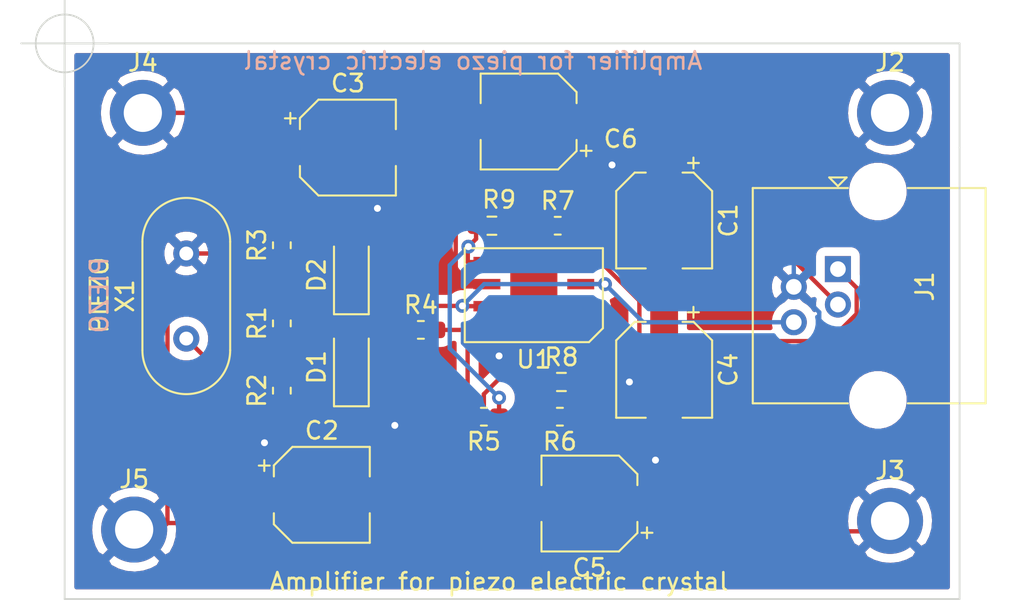
<source format=kicad_pcb>
(kicad_pcb (version 20171130) (host pcbnew 5.1.9-73d0e3b20d~88~ubuntu20.04.1)

  (general
    (thickness 1.6)
    (drawings 10)
    (tracks 160)
    (zones 0)
    (modules 24)
    (nets 14)
  )

  (page A4)
  (layers
    (0 F.Cu signal)
    (31 B.Cu signal)
    (32 B.Adhes user)
    (33 F.Adhes user)
    (34 B.Paste user)
    (35 F.Paste user)
    (36 B.SilkS user)
    (37 F.SilkS user)
    (38 B.Mask user)
    (39 F.Mask user)
    (40 Dwgs.User user)
    (41 Cmts.User user)
    (42 Eco1.User user)
    (43 Eco2.User user)
    (44 Edge.Cuts user)
    (45 Margin user)
    (46 B.CrtYd user)
    (47 F.CrtYd user)
    (48 B.Fab user)
    (49 F.Fab user)
  )

  (setup
    (last_trace_width 0.25)
    (trace_clearance 0.2)
    (zone_clearance 0.508)
    (zone_45_only no)
    (trace_min 0.2)
    (via_size 0.8)
    (via_drill 0.4)
    (via_min_size 0.4)
    (via_min_drill 0.3)
    (uvia_size 0.3)
    (uvia_drill 0.1)
    (uvias_allowed no)
    (uvia_min_size 0.2)
    (uvia_min_drill 0.1)
    (edge_width 0.1)
    (segment_width 0.2)
    (pcb_text_width 0.3)
    (pcb_text_size 1.5 1.5)
    (mod_edge_width 0.15)
    (mod_text_size 1 1)
    (mod_text_width 0.15)
    (pad_size 3.5 3.5)
    (pad_drill 2.2)
    (pad_to_mask_clearance 0)
    (aux_axis_origin 98 117.5)
    (visible_elements FFFFFF7F)
    (pcbplotparams
      (layerselection 0x010fc_ffffffff)
      (usegerberextensions false)
      (usegerberattributes true)
      (usegerberadvancedattributes true)
      (creategerberjobfile true)
      (excludeedgelayer true)
      (linewidth 0.100000)
      (plotframeref false)
      (viasonmask false)
      (mode 1)
      (useauxorigin false)
      (hpglpennumber 1)
      (hpglpenspeed 20)
      (hpglpendiameter 15.000000)
      (psnegative false)
      (psa4output false)
      (plotreference true)
      (plotvalue true)
      (plotinvisibletext false)
      (padsonsilk false)
      (subtractmaskfromsilk false)
      (outputformat 1)
      (mirror false)
      (drillshape 0)
      (scaleselection 1)
      (outputdirectory "gerbers/"))
  )

  (net 0 "")
  (net 1 GND)
  (net 2 "Net-(C1-Pad1)")
  (net 3 VCC)
  (net 4 "Net-(C4-Pad1)")
  (net 5 "Net-(C4-Pad2)")
  (net 6 "Net-(D1-Pad2)")
  (net 7 "Net-(C3-Pad2)")
  (net 8 "Net-(R4-Pad2)")
  (net 9 "Net-(R5-Pad1)")
  (net 10 "Net-(C5-Pad1)")
  (net 11 "Net-(C6-Pad1)")
  (net 12 "Net-(C6-Pad2)")
  (net 13 "Net-(R6-Pad2)")

  (net_class Default "This is the default net class."
    (clearance 0.2)
    (trace_width 0.25)
    (via_dia 0.8)
    (via_drill 0.4)
    (uvia_dia 0.3)
    (uvia_drill 0.1)
    (add_net GND)
    (add_net "Net-(C1-Pad1)")
    (add_net "Net-(C3-Pad2)")
    (add_net "Net-(C4-Pad1)")
    (add_net "Net-(C4-Pad2)")
    (add_net "Net-(C5-Pad1)")
    (add_net "Net-(C6-Pad1)")
    (add_net "Net-(C6-Pad2)")
    (add_net "Net-(D1-Pad2)")
    (add_net "Net-(R4-Pad2)")
    (add_net "Net-(R5-Pad1)")
    (add_net "Net-(R6-Pad2)")
    (add_net VCC)
  )

  (module Capacitor_SMD:CP_Elec_5x5.9 (layer F.Cu) (tedit 5BCA39CF) (tstamp 5F1EBE4B)
    (at 132.5 127.7 270)
    (descr "SMD capacitor, aluminum electrolytic, Panasonic B6, 5.0x5.9mm")
    (tags "capacitor electrolytic")
    (path /5F2AF089)
    (attr smd)
    (fp_text reference C1 (at 0 -3.7 90) (layer F.SilkS)
      (effects (font (size 1 1) (thickness 0.15)))
    )
    (fp_text value 10uF (at 0 3.7 90) (layer F.Fab)
      (effects (font (size 1 1) (thickness 0.15)))
    )
    (fp_circle (center 0 0) (end 2.5 0) (layer F.Fab) (width 0.1))
    (fp_line (start 2.65 -2.65) (end 2.65 2.65) (layer F.Fab) (width 0.1))
    (fp_line (start -1.65 -2.65) (end 2.65 -2.65) (layer F.Fab) (width 0.1))
    (fp_line (start -1.65 2.65) (end 2.65 2.65) (layer F.Fab) (width 0.1))
    (fp_line (start -2.65 -1.65) (end -2.65 1.65) (layer F.Fab) (width 0.1))
    (fp_line (start -2.65 -1.65) (end -1.65 -2.65) (layer F.Fab) (width 0.1))
    (fp_line (start -2.65 1.65) (end -1.65 2.65) (layer F.Fab) (width 0.1))
    (fp_line (start -2.033956 -1.2) (end -1.533956 -1.2) (layer F.Fab) (width 0.1))
    (fp_line (start -1.783956 -1.45) (end -1.783956 -0.95) (layer F.Fab) (width 0.1))
    (fp_line (start 2.76 2.76) (end 2.76 1.06) (layer F.SilkS) (width 0.12))
    (fp_line (start 2.76 -2.76) (end 2.76 -1.06) (layer F.SilkS) (width 0.12))
    (fp_line (start -1.695563 -2.76) (end 2.76 -2.76) (layer F.SilkS) (width 0.12))
    (fp_line (start -1.695563 2.76) (end 2.76 2.76) (layer F.SilkS) (width 0.12))
    (fp_line (start -2.76 1.695563) (end -2.76 1.06) (layer F.SilkS) (width 0.12))
    (fp_line (start -2.76 -1.695563) (end -2.76 -1.06) (layer F.SilkS) (width 0.12))
    (fp_line (start -2.76 -1.695563) (end -1.695563 -2.76) (layer F.SilkS) (width 0.12))
    (fp_line (start -2.76 1.695563) (end -1.695563 2.76) (layer F.SilkS) (width 0.12))
    (fp_line (start -3.625 -1.685) (end -3 -1.685) (layer F.SilkS) (width 0.12))
    (fp_line (start -3.3125 -1.9975) (end -3.3125 -1.3725) (layer F.SilkS) (width 0.12))
    (fp_line (start 2.9 -2.9) (end 2.9 -1.05) (layer F.CrtYd) (width 0.05))
    (fp_line (start 2.9 -1.05) (end 3.95 -1.05) (layer F.CrtYd) (width 0.05))
    (fp_line (start 3.95 -1.05) (end 3.95 1.05) (layer F.CrtYd) (width 0.05))
    (fp_line (start 3.95 1.05) (end 2.9 1.05) (layer F.CrtYd) (width 0.05))
    (fp_line (start 2.9 1.05) (end 2.9 2.9) (layer F.CrtYd) (width 0.05))
    (fp_line (start -1.75 2.9) (end 2.9 2.9) (layer F.CrtYd) (width 0.05))
    (fp_line (start -1.75 -2.9) (end 2.9 -2.9) (layer F.CrtYd) (width 0.05))
    (fp_line (start -2.9 1.75) (end -1.75 2.9) (layer F.CrtYd) (width 0.05))
    (fp_line (start -2.9 -1.75) (end -1.75 -2.9) (layer F.CrtYd) (width 0.05))
    (fp_line (start -2.9 -1.75) (end -2.9 -1.05) (layer F.CrtYd) (width 0.05))
    (fp_line (start -2.9 1.05) (end -2.9 1.75) (layer F.CrtYd) (width 0.05))
    (fp_line (start -2.9 -1.05) (end -3.95 -1.05) (layer F.CrtYd) (width 0.05))
    (fp_line (start -3.95 -1.05) (end -3.95 1.05) (layer F.CrtYd) (width 0.05))
    (fp_line (start -3.95 1.05) (end -2.9 1.05) (layer F.CrtYd) (width 0.05))
    (fp_text user %R (at 0 0 90) (layer F.Fab)
      (effects (font (size 1 1) (thickness 0.15)))
    )
    (pad 2 smd roundrect (at 2.2 0 270) (size 3 1.6) (layers F.Cu F.Paste F.Mask) (roundrect_rratio 0.15625)
      (net 1 GND))
    (pad 1 smd roundrect (at -2.2 0 270) (size 3 1.6) (layers F.Cu F.Paste F.Mask) (roundrect_rratio 0.15625)
      (net 2 "Net-(C1-Pad1)"))
    (model ${KISYS3DMOD}/Capacitor_SMD.3dshapes/CP_Elec_5x5.9.wrl
      (at (xyz 0 0 0))
      (scale (xyz 1 1 1))
      (rotate (xyz 0 0 0))
    )
  )

  (module Capacitor_SMD:CP_Elec_5x5.9 (layer F.Cu) (tedit 5BCA39CF) (tstamp 5F1EBE73)
    (at 112.8 143.5)
    (descr "SMD capacitor, aluminum electrolytic, Panasonic B6, 5.0x5.9mm")
    (tags "capacitor electrolytic")
    (path /5F2D1C0D)
    (attr smd)
    (fp_text reference C2 (at 0 -3.7) (layer F.SilkS)
      (effects (font (size 1 1) (thickness 0.15)))
    )
    (fp_text value 47uF (at 0 3.7) (layer F.Fab)
      (effects (font (size 1 1) (thickness 0.15)))
    )
    (fp_circle (center 0 0) (end 2.5 0) (layer F.Fab) (width 0.1))
    (fp_line (start 2.65 -2.65) (end 2.65 2.65) (layer F.Fab) (width 0.1))
    (fp_line (start -1.65 -2.65) (end 2.65 -2.65) (layer F.Fab) (width 0.1))
    (fp_line (start -1.65 2.65) (end 2.65 2.65) (layer F.Fab) (width 0.1))
    (fp_line (start -2.65 -1.65) (end -2.65 1.65) (layer F.Fab) (width 0.1))
    (fp_line (start -2.65 -1.65) (end -1.65 -2.65) (layer F.Fab) (width 0.1))
    (fp_line (start -2.65 1.65) (end -1.65 2.65) (layer F.Fab) (width 0.1))
    (fp_line (start -2.033956 -1.2) (end -1.533956 -1.2) (layer F.Fab) (width 0.1))
    (fp_line (start -1.783956 -1.45) (end -1.783956 -0.95) (layer F.Fab) (width 0.1))
    (fp_line (start 2.76 2.76) (end 2.76 1.06) (layer F.SilkS) (width 0.12))
    (fp_line (start 2.76 -2.76) (end 2.76 -1.06) (layer F.SilkS) (width 0.12))
    (fp_line (start -1.695563 -2.76) (end 2.76 -2.76) (layer F.SilkS) (width 0.12))
    (fp_line (start -1.695563 2.76) (end 2.76 2.76) (layer F.SilkS) (width 0.12))
    (fp_line (start -2.76 1.695563) (end -2.76 1.06) (layer F.SilkS) (width 0.12))
    (fp_line (start -2.76 -1.695563) (end -2.76 -1.06) (layer F.SilkS) (width 0.12))
    (fp_line (start -2.76 -1.695563) (end -1.695563 -2.76) (layer F.SilkS) (width 0.12))
    (fp_line (start -2.76 1.695563) (end -1.695563 2.76) (layer F.SilkS) (width 0.12))
    (fp_line (start -3.625 -1.685) (end -3 -1.685) (layer F.SilkS) (width 0.12))
    (fp_line (start -3.3125 -1.9975) (end -3.3125 -1.3725) (layer F.SilkS) (width 0.12))
    (fp_line (start 2.9 -2.9) (end 2.9 -1.05) (layer F.CrtYd) (width 0.05))
    (fp_line (start 2.9 -1.05) (end 3.95 -1.05) (layer F.CrtYd) (width 0.05))
    (fp_line (start 3.95 -1.05) (end 3.95 1.05) (layer F.CrtYd) (width 0.05))
    (fp_line (start 3.95 1.05) (end 2.9 1.05) (layer F.CrtYd) (width 0.05))
    (fp_line (start 2.9 1.05) (end 2.9 2.9) (layer F.CrtYd) (width 0.05))
    (fp_line (start -1.75 2.9) (end 2.9 2.9) (layer F.CrtYd) (width 0.05))
    (fp_line (start -1.75 -2.9) (end 2.9 -2.9) (layer F.CrtYd) (width 0.05))
    (fp_line (start -2.9 1.75) (end -1.75 2.9) (layer F.CrtYd) (width 0.05))
    (fp_line (start -2.9 -1.75) (end -1.75 -2.9) (layer F.CrtYd) (width 0.05))
    (fp_line (start -2.9 -1.75) (end -2.9 -1.05) (layer F.CrtYd) (width 0.05))
    (fp_line (start -2.9 1.05) (end -2.9 1.75) (layer F.CrtYd) (width 0.05))
    (fp_line (start -2.9 -1.05) (end -3.95 -1.05) (layer F.CrtYd) (width 0.05))
    (fp_line (start -3.95 -1.05) (end -3.95 1.05) (layer F.CrtYd) (width 0.05))
    (fp_line (start -3.95 1.05) (end -2.9 1.05) (layer F.CrtYd) (width 0.05))
    (fp_text user %R (at 0 0) (layer F.Fab)
      (effects (font (size 1 1) (thickness 0.15)))
    )
    (pad 2 smd roundrect (at 2.2 0) (size 3 1.6) (layers F.Cu F.Paste F.Mask) (roundrect_rratio 0.15625)
      (net 1 GND))
    (pad 1 smd roundrect (at -2.2 0) (size 3 1.6) (layers F.Cu F.Paste F.Mask) (roundrect_rratio 0.15625)
      (net 3 VCC))
    (model ${KISYS3DMOD}/Capacitor_SMD.3dshapes/CP_Elec_5x5.9.wrl
      (at (xyz 0 0 0))
      (scale (xyz 1 1 1))
      (rotate (xyz 0 0 0))
    )
  )

  (module Capacitor_SMD:CP_Elec_5x5.9 (layer F.Cu) (tedit 5BCA39CF) (tstamp 5F1EBE9B)
    (at 114.3 123.5)
    (descr "SMD capacitor, aluminum electrolytic, Panasonic B6, 5.0x5.9mm")
    (tags "capacitor electrolytic")
    (path /5F2B3495)
    (attr smd)
    (fp_text reference C3 (at 0 -3.7) (layer F.SilkS)
      (effects (font (size 1 1) (thickness 0.15)))
    )
    (fp_text value 47uF (at 0 3.7) (layer F.Fab)
      (effects (font (size 1 1) (thickness 0.15)))
    )
    (fp_line (start -3.95 1.05) (end -2.9 1.05) (layer F.CrtYd) (width 0.05))
    (fp_line (start -3.95 -1.05) (end -3.95 1.05) (layer F.CrtYd) (width 0.05))
    (fp_line (start -2.9 -1.05) (end -3.95 -1.05) (layer F.CrtYd) (width 0.05))
    (fp_line (start -2.9 1.05) (end -2.9 1.75) (layer F.CrtYd) (width 0.05))
    (fp_line (start -2.9 -1.75) (end -2.9 -1.05) (layer F.CrtYd) (width 0.05))
    (fp_line (start -2.9 -1.75) (end -1.75 -2.9) (layer F.CrtYd) (width 0.05))
    (fp_line (start -2.9 1.75) (end -1.75 2.9) (layer F.CrtYd) (width 0.05))
    (fp_line (start -1.75 -2.9) (end 2.9 -2.9) (layer F.CrtYd) (width 0.05))
    (fp_line (start -1.75 2.9) (end 2.9 2.9) (layer F.CrtYd) (width 0.05))
    (fp_line (start 2.9 1.05) (end 2.9 2.9) (layer F.CrtYd) (width 0.05))
    (fp_line (start 3.95 1.05) (end 2.9 1.05) (layer F.CrtYd) (width 0.05))
    (fp_line (start 3.95 -1.05) (end 3.95 1.05) (layer F.CrtYd) (width 0.05))
    (fp_line (start 2.9 -1.05) (end 3.95 -1.05) (layer F.CrtYd) (width 0.05))
    (fp_line (start 2.9 -2.9) (end 2.9 -1.05) (layer F.CrtYd) (width 0.05))
    (fp_line (start -3.3125 -1.9975) (end -3.3125 -1.3725) (layer F.SilkS) (width 0.12))
    (fp_line (start -3.625 -1.685) (end -3 -1.685) (layer F.SilkS) (width 0.12))
    (fp_line (start -2.76 1.695563) (end -1.695563 2.76) (layer F.SilkS) (width 0.12))
    (fp_line (start -2.76 -1.695563) (end -1.695563 -2.76) (layer F.SilkS) (width 0.12))
    (fp_line (start -2.76 -1.695563) (end -2.76 -1.06) (layer F.SilkS) (width 0.12))
    (fp_line (start -2.76 1.695563) (end -2.76 1.06) (layer F.SilkS) (width 0.12))
    (fp_line (start -1.695563 2.76) (end 2.76 2.76) (layer F.SilkS) (width 0.12))
    (fp_line (start -1.695563 -2.76) (end 2.76 -2.76) (layer F.SilkS) (width 0.12))
    (fp_line (start 2.76 -2.76) (end 2.76 -1.06) (layer F.SilkS) (width 0.12))
    (fp_line (start 2.76 2.76) (end 2.76 1.06) (layer F.SilkS) (width 0.12))
    (fp_line (start -1.783956 -1.45) (end -1.783956 -0.95) (layer F.Fab) (width 0.1))
    (fp_line (start -2.033956 -1.2) (end -1.533956 -1.2) (layer F.Fab) (width 0.1))
    (fp_line (start -2.65 1.65) (end -1.65 2.65) (layer F.Fab) (width 0.1))
    (fp_line (start -2.65 -1.65) (end -1.65 -2.65) (layer F.Fab) (width 0.1))
    (fp_line (start -2.65 -1.65) (end -2.65 1.65) (layer F.Fab) (width 0.1))
    (fp_line (start -1.65 2.65) (end 2.65 2.65) (layer F.Fab) (width 0.1))
    (fp_line (start -1.65 -2.65) (end 2.65 -2.65) (layer F.Fab) (width 0.1))
    (fp_line (start 2.65 -2.65) (end 2.65 2.65) (layer F.Fab) (width 0.1))
    (fp_circle (center 0 0) (end 2.5 0) (layer F.Fab) (width 0.1))
    (fp_text user %R (at 0 0) (layer F.Fab)
      (effects (font (size 1 1) (thickness 0.15)))
    )
    (pad 1 smd roundrect (at -2.2 0) (size 3 1.6) (layers F.Cu F.Paste F.Mask) (roundrect_rratio 0.15625)
      (net 1 GND))
    (pad 2 smd roundrect (at 2.2 0) (size 3 1.6) (layers F.Cu F.Paste F.Mask) (roundrect_rratio 0.15625)
      (net 7 "Net-(C3-Pad2)"))
    (model ${KISYS3DMOD}/Capacitor_SMD.3dshapes/CP_Elec_5x5.9.wrl
      (at (xyz 0 0 0))
      (scale (xyz 1 1 1))
      (rotate (xyz 0 0 0))
    )
  )

  (module Capacitor_SMD:CP_Elec_5x5.9 (layer F.Cu) (tedit 5BCA39CF) (tstamp 5F1EBEC3)
    (at 132.5 136.3 270)
    (descr "SMD capacitor, aluminum electrolytic, Panasonic B6, 5.0x5.9mm")
    (tags "capacitor electrolytic")
    (path /5F26F275)
    (attr smd)
    (fp_text reference C4 (at 0 -3.7 90) (layer F.SilkS)
      (effects (font (size 1 1) (thickness 0.15)))
    )
    (fp_text value 10uF (at 0 3.7 90) (layer F.Fab)
      (effects (font (size 1 1) (thickness 0.15)))
    )
    (fp_line (start -3.95 1.05) (end -2.9 1.05) (layer F.CrtYd) (width 0.05))
    (fp_line (start -3.95 -1.05) (end -3.95 1.05) (layer F.CrtYd) (width 0.05))
    (fp_line (start -2.9 -1.05) (end -3.95 -1.05) (layer F.CrtYd) (width 0.05))
    (fp_line (start -2.9 1.05) (end -2.9 1.75) (layer F.CrtYd) (width 0.05))
    (fp_line (start -2.9 -1.75) (end -2.9 -1.05) (layer F.CrtYd) (width 0.05))
    (fp_line (start -2.9 -1.75) (end -1.75 -2.9) (layer F.CrtYd) (width 0.05))
    (fp_line (start -2.9 1.75) (end -1.75 2.9) (layer F.CrtYd) (width 0.05))
    (fp_line (start -1.75 -2.9) (end 2.9 -2.9) (layer F.CrtYd) (width 0.05))
    (fp_line (start -1.75 2.9) (end 2.9 2.9) (layer F.CrtYd) (width 0.05))
    (fp_line (start 2.9 1.05) (end 2.9 2.9) (layer F.CrtYd) (width 0.05))
    (fp_line (start 3.95 1.05) (end 2.9 1.05) (layer F.CrtYd) (width 0.05))
    (fp_line (start 3.95 -1.05) (end 3.95 1.05) (layer F.CrtYd) (width 0.05))
    (fp_line (start 2.9 -1.05) (end 3.95 -1.05) (layer F.CrtYd) (width 0.05))
    (fp_line (start 2.9 -2.9) (end 2.9 -1.05) (layer F.CrtYd) (width 0.05))
    (fp_line (start -3.3125 -1.9975) (end -3.3125 -1.3725) (layer F.SilkS) (width 0.12))
    (fp_line (start -3.625 -1.685) (end -3 -1.685) (layer F.SilkS) (width 0.12))
    (fp_line (start -2.76 1.695563) (end -1.695563 2.76) (layer F.SilkS) (width 0.12))
    (fp_line (start -2.76 -1.695563) (end -1.695563 -2.76) (layer F.SilkS) (width 0.12))
    (fp_line (start -2.76 -1.695563) (end -2.76 -1.06) (layer F.SilkS) (width 0.12))
    (fp_line (start -2.76 1.695563) (end -2.76 1.06) (layer F.SilkS) (width 0.12))
    (fp_line (start -1.695563 2.76) (end 2.76 2.76) (layer F.SilkS) (width 0.12))
    (fp_line (start -1.695563 -2.76) (end 2.76 -2.76) (layer F.SilkS) (width 0.12))
    (fp_line (start 2.76 -2.76) (end 2.76 -1.06) (layer F.SilkS) (width 0.12))
    (fp_line (start 2.76 2.76) (end 2.76 1.06) (layer F.SilkS) (width 0.12))
    (fp_line (start -1.783956 -1.45) (end -1.783956 -0.95) (layer F.Fab) (width 0.1))
    (fp_line (start -2.033956 -1.2) (end -1.533956 -1.2) (layer F.Fab) (width 0.1))
    (fp_line (start -2.65 1.65) (end -1.65 2.65) (layer F.Fab) (width 0.1))
    (fp_line (start -2.65 -1.65) (end -1.65 -2.65) (layer F.Fab) (width 0.1))
    (fp_line (start -2.65 -1.65) (end -2.65 1.65) (layer F.Fab) (width 0.1))
    (fp_line (start -1.65 2.65) (end 2.65 2.65) (layer F.Fab) (width 0.1))
    (fp_line (start -1.65 -2.65) (end 2.65 -2.65) (layer F.Fab) (width 0.1))
    (fp_line (start 2.65 -2.65) (end 2.65 2.65) (layer F.Fab) (width 0.1))
    (fp_circle (center 0 0) (end 2.5 0) (layer F.Fab) (width 0.1))
    (fp_text user %R (at 0 0 90) (layer F.Fab)
      (effects (font (size 1 1) (thickness 0.15)))
    )
    (pad 1 smd roundrect (at -2.2 0 270) (size 3 1.6) (layers F.Cu F.Paste F.Mask) (roundrect_rratio 0.15625)
      (net 4 "Net-(C4-Pad1)"))
    (pad 2 smd roundrect (at 2.2 0 270) (size 3 1.6) (layers F.Cu F.Paste F.Mask) (roundrect_rratio 0.15625)
      (net 5 "Net-(C4-Pad2)"))
    (model ${KISYS3DMOD}/Capacitor_SMD.3dshapes/CP_Elec_5x5.9.wrl
      (at (xyz 0 0 0))
      (scale (xyz 1 1 1))
      (rotate (xyz 0 0 0))
    )
  )

  (module Crystal:Crystal_HC18-U_Vertical (layer F.Cu) (tedit 5A1AD3B7) (tstamp 5F1EBF9E)
    (at 105 134.5 90)
    (descr "Crystal THT HC-18/U, http://5hertz.com/pdfs/04404_D.pdf")
    (tags "THT crystalHC-18/U")
    (path /5F2DC51B)
    (fp_text reference X1 (at 2.45 -3.525 90) (layer F.SilkS)
      (effects (font (size 1 1) (thickness 0.15)))
    )
    (fp_text value Piezo (at 2.45 3.525 90) (layer F.Fab)
      (effects (font (size 1 1) (thickness 0.15)))
    )
    (fp_line (start 8.4 -2.8) (end -3.5 -2.8) (layer F.CrtYd) (width 0.05))
    (fp_line (start 8.4 2.8) (end 8.4 -2.8) (layer F.CrtYd) (width 0.05))
    (fp_line (start -3.5 2.8) (end 8.4 2.8) (layer F.CrtYd) (width 0.05))
    (fp_line (start -3.5 -2.8) (end -3.5 2.8) (layer F.CrtYd) (width 0.05))
    (fp_line (start -0.675 2.525) (end 5.575 2.525) (layer F.SilkS) (width 0.12))
    (fp_line (start -0.675 -2.525) (end 5.575 -2.525) (layer F.SilkS) (width 0.12))
    (fp_line (start -0.55 2) (end 5.45 2) (layer F.Fab) (width 0.1))
    (fp_line (start -0.55 -2) (end 5.45 -2) (layer F.Fab) (width 0.1))
    (fp_line (start -0.675 2.325) (end 5.575 2.325) (layer F.Fab) (width 0.1))
    (fp_line (start -0.675 -2.325) (end 5.575 -2.325) (layer F.Fab) (width 0.1))
    (fp_text user %R (at 2.45 0 90) (layer F.Fab)
      (effects (font (size 1 1) (thickness 0.15)))
    )
    (fp_arc (start -0.675 0) (end -0.675 -2.325) (angle -180) (layer F.Fab) (width 0.1))
    (fp_arc (start 5.575 0) (end 5.575 -2.325) (angle 180) (layer F.Fab) (width 0.1))
    (fp_arc (start -0.55 0) (end -0.55 -2) (angle -180) (layer F.Fab) (width 0.1))
    (fp_arc (start 5.45 0) (end 5.45 -2) (angle 180) (layer F.Fab) (width 0.1))
    (fp_arc (start -0.675 0) (end -0.675 -2.525) (angle -180) (layer F.SilkS) (width 0.12))
    (fp_arc (start 5.575 0) (end 5.575 -2.525) (angle 180) (layer F.SilkS) (width 0.12))
    (pad 1 thru_hole circle (at 0 0 90) (size 1.5 1.5) (drill 0.8) (layers *.Cu *.Mask)
      (net 6 "Net-(D1-Pad2)"))
    (pad 2 thru_hole circle (at 4.9 0 90) (size 1.5 1.5) (drill 0.8) (layers *.Cu *.Mask)
      (net 1 GND))
    (model ${KISYS3DMOD}/Crystal.3dshapes/Crystal_HC18-U_Vertical.wrl
      (at (xyz 0 0 0))
      (scale (xyz 1 1 1))
      (rotate (xyz 0 0 0))
    )
  )

  (module Resistor_SMD:R_0603_1608Metric_Pad1.05x0.95mm_HandSolder (layer F.Cu) (tedit 5B301BBD) (tstamp 5F1EC5C7)
    (at 118.5 134)
    (descr "Resistor SMD 0603 (1608 Metric), square (rectangular) end terminal, IPC_7351 nominal with elongated pad for handsoldering. (Body size source: http://www.tortai-tech.com/upload/download/2011102023233369053.pdf), generated with kicad-footprint-generator")
    (tags "resistor handsolder")
    (path /5F2B6A7A)
    (attr smd)
    (fp_text reference R4 (at 0 -1.43) (layer F.SilkS)
      (effects (font (size 1 1) (thickness 0.15)))
    )
    (fp_text value 1K (at 0 1.43) (layer F.Fab)
      (effects (font (size 1 1) (thickness 0.15)))
    )
    (fp_line (start -0.8 0.4) (end -0.8 -0.4) (layer F.Fab) (width 0.1))
    (fp_line (start -0.8 -0.4) (end 0.8 -0.4) (layer F.Fab) (width 0.1))
    (fp_line (start 0.8 -0.4) (end 0.8 0.4) (layer F.Fab) (width 0.1))
    (fp_line (start 0.8 0.4) (end -0.8 0.4) (layer F.Fab) (width 0.1))
    (fp_line (start -0.171267 -0.51) (end 0.171267 -0.51) (layer F.SilkS) (width 0.12))
    (fp_line (start -0.171267 0.51) (end 0.171267 0.51) (layer F.SilkS) (width 0.12))
    (fp_line (start -1.65 0.73) (end -1.65 -0.73) (layer F.CrtYd) (width 0.05))
    (fp_line (start -1.65 -0.73) (end 1.65 -0.73) (layer F.CrtYd) (width 0.05))
    (fp_line (start 1.65 -0.73) (end 1.65 0.73) (layer F.CrtYd) (width 0.05))
    (fp_line (start 1.65 0.73) (end -1.65 0.73) (layer F.CrtYd) (width 0.05))
    (fp_text user %R (at 0 0) (layer F.Fab)
      (effects (font (size 0.4 0.4) (thickness 0.06)))
    )
    (pad 2 smd roundrect (at 0.875 0) (size 1.05 0.95) (layers F.Cu F.Paste F.Mask) (roundrect_rratio 0.25)
      (net 8 "Net-(R4-Pad2)"))
    (pad 1 smd roundrect (at -0.875 0) (size 1.05 0.95) (layers F.Cu F.Paste F.Mask) (roundrect_rratio 0.25)
      (net 7 "Net-(C3-Pad2)"))
    (model ${KISYS3DMOD}/Resistor_SMD.3dshapes/R_0603_1608Metric.wrl
      (at (xyz 0 0 0))
      (scale (xyz 1 1 1))
      (rotate (xyz 0 0 0))
    )
  )

  (module Resistor_SMD:R_0603_1608Metric_Pad1.05x0.95mm_HandSolder (layer F.Cu) (tedit 5B301BBD) (tstamp 5F1EC5D7)
    (at 110.5 133.625 90)
    (descr "Resistor SMD 0603 (1608 Metric), square (rectangular) end terminal, IPC_7351 nominal with elongated pad for handsoldering. (Body size source: http://www.tortai-tech.com/upload/download/2011102023233369053.pdf), generated with kicad-footprint-generator")
    (tags "resistor handsolder")
    (path /5F2B15DB)
    (attr smd)
    (fp_text reference R1 (at 0 -1.43 90) (layer F.SilkS)
      (effects (font (size 1 1) (thickness 0.15)))
    )
    (fp_text value 1M (at 0 1.43 90) (layer F.Fab)
      (effects (font (size 1 1) (thickness 0.15)))
    )
    (fp_line (start 1.65 0.73) (end -1.65 0.73) (layer F.CrtYd) (width 0.05))
    (fp_line (start 1.65 -0.73) (end 1.65 0.73) (layer F.CrtYd) (width 0.05))
    (fp_line (start -1.65 -0.73) (end 1.65 -0.73) (layer F.CrtYd) (width 0.05))
    (fp_line (start -1.65 0.73) (end -1.65 -0.73) (layer F.CrtYd) (width 0.05))
    (fp_line (start -0.171267 0.51) (end 0.171267 0.51) (layer F.SilkS) (width 0.12))
    (fp_line (start -0.171267 -0.51) (end 0.171267 -0.51) (layer F.SilkS) (width 0.12))
    (fp_line (start 0.8 0.4) (end -0.8 0.4) (layer F.Fab) (width 0.1))
    (fp_line (start 0.8 -0.4) (end 0.8 0.4) (layer F.Fab) (width 0.1))
    (fp_line (start -0.8 -0.4) (end 0.8 -0.4) (layer F.Fab) (width 0.1))
    (fp_line (start -0.8 0.4) (end -0.8 -0.4) (layer F.Fab) (width 0.1))
    (fp_text user %R (at 0 0 90) (layer F.Fab)
      (effects (font (size 0.4 0.4) (thickness 0.06)))
    )
    (pad 1 smd roundrect (at -0.875 0 90) (size 1.05 0.95) (layers F.Cu F.Paste F.Mask) (roundrect_rratio 0.25)
      (net 6 "Net-(D1-Pad2)"))
    (pad 2 smd roundrect (at 0.875 0 90) (size 1.05 0.95) (layers F.Cu F.Paste F.Mask) (roundrect_rratio 0.25)
      (net 2 "Net-(C1-Pad1)"))
    (model ${KISYS3DMOD}/Resistor_SMD.3dshapes/R_0603_1608Metric.wrl
      (at (xyz 0 0 0))
      (scale (xyz 1 1 1))
      (rotate (xyz 0 0 0))
    )
  )

  (module Resistor_SMD:R_0603_1608Metric_Pad1.05x0.95mm_HandSolder (layer F.Cu) (tedit 5B301BBD) (tstamp 5F1EC5E7)
    (at 110.5 137.5 90)
    (descr "Resistor SMD 0603 (1608 Metric), square (rectangular) end terminal, IPC_7351 nominal with elongated pad for handsoldering. (Body size source: http://www.tortai-tech.com/upload/download/2011102023233369053.pdf), generated with kicad-footprint-generator")
    (tags "resistor handsolder")
    (path /5F2AC184)
    (attr smd)
    (fp_text reference R2 (at 0 -1.43 90) (layer F.SilkS)
      (effects (font (size 1 1) (thickness 0.15)))
    )
    (fp_text value 56K (at 0 1.43 90) (layer F.Fab)
      (effects (font (size 1 1) (thickness 0.15)))
    )
    (fp_line (start 1.65 0.73) (end -1.65 0.73) (layer F.CrtYd) (width 0.05))
    (fp_line (start 1.65 -0.73) (end 1.65 0.73) (layer F.CrtYd) (width 0.05))
    (fp_line (start -1.65 -0.73) (end 1.65 -0.73) (layer F.CrtYd) (width 0.05))
    (fp_line (start -1.65 0.73) (end -1.65 -0.73) (layer F.CrtYd) (width 0.05))
    (fp_line (start -0.171267 0.51) (end 0.171267 0.51) (layer F.SilkS) (width 0.12))
    (fp_line (start -0.171267 -0.51) (end 0.171267 -0.51) (layer F.SilkS) (width 0.12))
    (fp_line (start 0.8 0.4) (end -0.8 0.4) (layer F.Fab) (width 0.1))
    (fp_line (start 0.8 -0.4) (end 0.8 0.4) (layer F.Fab) (width 0.1))
    (fp_line (start -0.8 -0.4) (end 0.8 -0.4) (layer F.Fab) (width 0.1))
    (fp_line (start -0.8 0.4) (end -0.8 -0.4) (layer F.Fab) (width 0.1))
    (fp_text user %R (at 0 0 90) (layer F.Fab)
      (effects (font (size 0.4 0.4) (thickness 0.06)))
    )
    (pad 1 smd roundrect (at -0.875 0 90) (size 1.05 0.95) (layers F.Cu F.Paste F.Mask) (roundrect_rratio 0.25)
      (net 3 VCC))
    (pad 2 smd roundrect (at 0.875 0 90) (size 1.05 0.95) (layers F.Cu F.Paste F.Mask) (roundrect_rratio 0.25)
      (net 2 "Net-(C1-Pad1)"))
    (model ${KISYS3DMOD}/Resistor_SMD.3dshapes/R_0603_1608Metric.wrl
      (at (xyz 0 0 0))
      (scale (xyz 1 1 1))
      (rotate (xyz 0 0 0))
    )
  )

  (module Resistor_SMD:R_0603_1608Metric_Pad1.05x0.95mm_HandSolder (layer F.Cu) (tedit 5B301BBD) (tstamp 5F1EC5F7)
    (at 110.5 129.125 90)
    (descr "Resistor SMD 0603 (1608 Metric), square (rectangular) end terminal, IPC_7351 nominal with elongated pad for handsoldering. (Body size source: http://www.tortai-tech.com/upload/download/2011102023233369053.pdf), generated with kicad-footprint-generator")
    (tags "resistor handsolder")
    (path /5F2ADFE4)
    (attr smd)
    (fp_text reference R3 (at 0 -1.43 90) (layer F.SilkS)
      (effects (font (size 1 1) (thickness 0.15)))
    )
    (fp_text value 56K (at 0 1.43 90) (layer F.Fab)
      (effects (font (size 1 1) (thickness 0.15)))
    )
    (fp_line (start -0.8 0.4) (end -0.8 -0.4) (layer F.Fab) (width 0.1))
    (fp_line (start -0.8 -0.4) (end 0.8 -0.4) (layer F.Fab) (width 0.1))
    (fp_line (start 0.8 -0.4) (end 0.8 0.4) (layer F.Fab) (width 0.1))
    (fp_line (start 0.8 0.4) (end -0.8 0.4) (layer F.Fab) (width 0.1))
    (fp_line (start -0.171267 -0.51) (end 0.171267 -0.51) (layer F.SilkS) (width 0.12))
    (fp_line (start -0.171267 0.51) (end 0.171267 0.51) (layer F.SilkS) (width 0.12))
    (fp_line (start -1.65 0.73) (end -1.65 -0.73) (layer F.CrtYd) (width 0.05))
    (fp_line (start -1.65 -0.73) (end 1.65 -0.73) (layer F.CrtYd) (width 0.05))
    (fp_line (start 1.65 -0.73) (end 1.65 0.73) (layer F.CrtYd) (width 0.05))
    (fp_line (start 1.65 0.73) (end -1.65 0.73) (layer F.CrtYd) (width 0.05))
    (fp_text user %R (at 0 0 90) (layer F.Fab)
      (effects (font (size 0.4 0.4) (thickness 0.06)))
    )
    (pad 2 smd roundrect (at 0.875 0 90) (size 1.05 0.95) (layers F.Cu F.Paste F.Mask) (roundrect_rratio 0.25)
      (net 1 GND))
    (pad 1 smd roundrect (at -0.875 0 90) (size 1.05 0.95) (layers F.Cu F.Paste F.Mask) (roundrect_rratio 0.25)
      (net 2 "Net-(C1-Pad1)"))
    (model ${KISYS3DMOD}/Resistor_SMD.3dshapes/R_0603_1608Metric.wrl
      (at (xyz 0 0 0))
      (scale (xyz 1 1 1))
      (rotate (xyz 0 0 0))
    )
  )

  (module Resistor_SMD:R_0603_1608Metric_Pad1.05x0.95mm_HandSolder (layer F.Cu) (tedit 5B301BBD) (tstamp 5F1EC607)
    (at 122.125 139 180)
    (descr "Resistor SMD 0603 (1608 Metric), square (rectangular) end terminal, IPC_7351 nominal with elongated pad for handsoldering. (Body size source: http://www.tortai-tech.com/upload/download/2011102023233369053.pdf), generated with kicad-footprint-generator")
    (tags "resistor handsolder")
    (path /5F274414)
    (attr smd)
    (fp_text reference R5 (at 0 -1.43) (layer F.SilkS)
      (effects (font (size 1 1) (thickness 0.15)))
    )
    (fp_text value 10K (at 0 1.43) (layer F.Fab)
      (effects (font (size 1 1) (thickness 0.15)))
    )
    (fp_line (start 1.65 0.73) (end -1.65 0.73) (layer F.CrtYd) (width 0.05))
    (fp_line (start 1.65 -0.73) (end 1.65 0.73) (layer F.CrtYd) (width 0.05))
    (fp_line (start -1.65 -0.73) (end 1.65 -0.73) (layer F.CrtYd) (width 0.05))
    (fp_line (start -1.65 0.73) (end -1.65 -0.73) (layer F.CrtYd) (width 0.05))
    (fp_line (start -0.171267 0.51) (end 0.171267 0.51) (layer F.SilkS) (width 0.12))
    (fp_line (start -0.171267 -0.51) (end 0.171267 -0.51) (layer F.SilkS) (width 0.12))
    (fp_line (start 0.8 0.4) (end -0.8 0.4) (layer F.Fab) (width 0.1))
    (fp_line (start 0.8 -0.4) (end 0.8 0.4) (layer F.Fab) (width 0.1))
    (fp_line (start -0.8 -0.4) (end 0.8 -0.4) (layer F.Fab) (width 0.1))
    (fp_line (start -0.8 0.4) (end -0.8 -0.4) (layer F.Fab) (width 0.1))
    (fp_text user %R (at 0 0) (layer F.Fab)
      (effects (font (size 0.4 0.4) (thickness 0.06)))
    )
    (pad 1 smd roundrect (at -0.875 0 180) (size 1.05 0.95) (layers F.Cu F.Paste F.Mask) (roundrect_rratio 0.25)
      (net 9 "Net-(R5-Pad1)"))
    (pad 2 smd roundrect (at 0.875 0 180) (size 1.05 0.95) (layers F.Cu F.Paste F.Mask) (roundrect_rratio 0.25)
      (net 8 "Net-(R4-Pad2)"))
    (model ${KISYS3DMOD}/Resistor_SMD.3dshapes/R_0603_1608Metric.wrl
      (at (xyz 0 0 0))
      (scale (xyz 1 1 1))
      (rotate (xyz 0 0 0))
    )
  )

  (module Resistor_SMD:R_0603_1608Metric_Pad1.05x0.95mm_HandSolder (layer F.Cu) (tedit 5B301BBD) (tstamp 5F1EC617)
    (at 126.5 139 180)
    (descr "Resistor SMD 0603 (1608 Metric), square (rectangular) end terminal, IPC_7351 nominal with elongated pad for handsoldering. (Body size source: http://www.tortai-tech.com/upload/download/2011102023233369053.pdf), generated with kicad-footprint-generator")
    (tags "resistor handsolder")
    (path /5F27508E)
    (attr smd)
    (fp_text reference R6 (at 0 -1.43) (layer F.SilkS)
      (effects (font (size 1 1) (thickness 0.15)))
    )
    (fp_text value 470 (at 0 1.43) (layer F.Fab)
      (effects (font (size 1 1) (thickness 0.15)))
    )
    (fp_line (start -0.8 0.4) (end -0.8 -0.4) (layer F.Fab) (width 0.1))
    (fp_line (start -0.8 -0.4) (end 0.8 -0.4) (layer F.Fab) (width 0.1))
    (fp_line (start 0.8 -0.4) (end 0.8 0.4) (layer F.Fab) (width 0.1))
    (fp_line (start 0.8 0.4) (end -0.8 0.4) (layer F.Fab) (width 0.1))
    (fp_line (start -0.171267 -0.51) (end 0.171267 -0.51) (layer F.SilkS) (width 0.12))
    (fp_line (start -0.171267 0.51) (end 0.171267 0.51) (layer F.SilkS) (width 0.12))
    (fp_line (start -1.65 0.73) (end -1.65 -0.73) (layer F.CrtYd) (width 0.05))
    (fp_line (start -1.65 -0.73) (end 1.65 -0.73) (layer F.CrtYd) (width 0.05))
    (fp_line (start 1.65 -0.73) (end 1.65 0.73) (layer F.CrtYd) (width 0.05))
    (fp_line (start 1.65 0.73) (end -1.65 0.73) (layer F.CrtYd) (width 0.05))
    (fp_text user %R (at 0 0) (layer F.Fab)
      (effects (font (size 0.4 0.4) (thickness 0.06)))
    )
    (pad 2 smd roundrect (at 0.875 0 180) (size 1.05 0.95) (layers F.Cu F.Paste F.Mask) (roundrect_rratio 0.25)
      (net 13 "Net-(R6-Pad2)"))
    (pad 1 smd roundrect (at -0.875 0 180) (size 1.05 0.95) (layers F.Cu F.Paste F.Mask) (roundrect_rratio 0.25)
      (net 5 "Net-(C4-Pad2)"))
    (model ${KISYS3DMOD}/Resistor_SMD.3dshapes/R_0603_1608Metric.wrl
      (at (xyz 0 0 0))
      (scale (xyz 1 1 1))
      (rotate (xyz 0 0 0))
    )
  )

  (module Resistor_SMD:R_0603_1608Metric_Pad1.05x0.95mm_HandSolder (layer F.Cu) (tedit 5B301BBD) (tstamp 5F1EC627)
    (at 126.375 128)
    (descr "Resistor SMD 0603 (1608 Metric), square (rectangular) end terminal, IPC_7351 nominal with elongated pad for handsoldering. (Body size source: http://www.tortai-tech.com/upload/download/2011102023233369053.pdf), generated with kicad-footprint-generator")
    (tags "resistor handsolder")
    (path /5F2C875E)
    (attr smd)
    (fp_text reference R7 (at 0 -1.43) (layer F.SilkS)
      (effects (font (size 1 1) (thickness 0.15)))
    )
    (fp_text value 100K (at 0 1.43) (layer F.Fab)
      (effects (font (size 1 1) (thickness 0.15)))
    )
    (fp_line (start 1.65 0.73) (end -1.65 0.73) (layer F.CrtYd) (width 0.05))
    (fp_line (start 1.65 -0.73) (end 1.65 0.73) (layer F.CrtYd) (width 0.05))
    (fp_line (start -1.65 -0.73) (end 1.65 -0.73) (layer F.CrtYd) (width 0.05))
    (fp_line (start -1.65 0.73) (end -1.65 -0.73) (layer F.CrtYd) (width 0.05))
    (fp_line (start -0.171267 0.51) (end 0.171267 0.51) (layer F.SilkS) (width 0.12))
    (fp_line (start -0.171267 -0.51) (end 0.171267 -0.51) (layer F.SilkS) (width 0.12))
    (fp_line (start 0.8 0.4) (end -0.8 0.4) (layer F.Fab) (width 0.1))
    (fp_line (start 0.8 -0.4) (end 0.8 0.4) (layer F.Fab) (width 0.1))
    (fp_line (start -0.8 -0.4) (end 0.8 -0.4) (layer F.Fab) (width 0.1))
    (fp_line (start -0.8 0.4) (end -0.8 -0.4) (layer F.Fab) (width 0.1))
    (fp_text user %R (at 0 0) (layer F.Fab)
      (effects (font (size 0.4 0.4) (thickness 0.06)))
    )
    (pad 1 smd roundrect (at -0.875 0) (size 1.05 0.95) (layers F.Cu F.Paste F.Mask) (roundrect_rratio 0.25)
      (net 1 GND))
    (pad 2 smd roundrect (at 0.875 0) (size 1.05 0.95) (layers F.Cu F.Paste F.Mask) (roundrect_rratio 0.25)
      (net 4 "Net-(C4-Pad1)"))
    (model ${KISYS3DMOD}/Resistor_SMD.3dshapes/R_0603_1608Metric.wrl
      (at (xyz 0 0 0))
      (scale (xyz 1 1 1))
      (rotate (xyz 0 0 0))
    )
  )

  (module Connector_RJ:RJ14_Connfly_DS1133-S4_Horizontal (layer F.Cu) (tedit 5E73C846) (tstamp 5F1EC679)
    (at 142.5 130.5 270)
    (descr "RJ14 connector 6P4C Horizontal http://www.connfly.com/userfiles/image/UpLoadFile/File/2012/10/26/DS1133.pdf")
    (tags "RJ14 connector 6P4C Connfly DS1133")
    (path /5F2F3AAF)
    (fp_text reference J1 (at 1 -5 270) (layer F.SilkS)
      (effects (font (size 1 1) (thickness 0.15)))
    )
    (fp_text value RJ14 (at 0.81 6.35 270) (layer F.Fab)
      (effects (font (size 1 1) (thickness 0.15)))
    )
    (fp_line (start 7.73 -8.5) (end 7.73 4.9) (layer F.Fab) (width 0.1))
    (fp_line (start 7.73 4.9) (end -4.67 4.9) (layer F.Fab) (width 0.1))
    (fp_line (start -4.67 4.9) (end -4.67 -8.5) (layer F.Fab) (width 0.1))
    (fp_line (start -4.67 -8.5) (end 7.73 -8.5) (layer F.Fab) (width 0.1))
    (fp_line (start 8.23 5.4) (end -5.17 5.4) (layer F.CrtYd) (width 0.05))
    (fp_line (start -5.17 -3.88) (end -5.17 -9) (layer F.CrtYd) (width 0.05))
    (fp_line (start -5.17 -9) (end 8.23 -9) (layer F.CrtYd) (width 0.05))
    (fp_line (start 8.23 -9) (end 8.23 -3.88) (layer F.CrtYd) (width 0.05))
    (fp_line (start 7.73 4.9) (end -4.67 4.9) (layer F.SilkS) (width 0.12))
    (fp_line (start -4.67 4.9) (end -4.67 -0.57) (layer F.SilkS) (width 0.12))
    (fp_line (start -4.67 -8.5) (end -4.67 -4.03) (layer F.SilkS) (width 0.12))
    (fp_line (start -4.67 -8.5) (end 7.73 -8.5) (layer F.SilkS) (width 0.12))
    (fp_line (start 7.73 -8.5) (end 7.73 -4.03) (layer F.SilkS) (width 0.12))
    (fp_line (start 7.73 -0.57) (end 7.73 4.9) (layer F.SilkS) (width 0.12))
    (fp_line (start -5.28 -0.5) (end -4.78 0) (layer F.SilkS) (width 0.12))
    (fp_line (start -4.78 0) (end -5.28 0.5) (layer F.SilkS) (width 0.12))
    (fp_line (start -5.28 0.5) (end -5.28 -0.5) (layer F.SilkS) (width 0.12))
    (fp_line (start -5.17 5.4) (end -5.17 -0.72) (layer F.CrtYd) (width 0.05))
    (fp_line (start 8.23 5.4) (end 8.23 -0.72) (layer F.CrtYd) (width 0.05))
    (fp_line (start -4.06 0) (end -4.57 0.5) (layer F.Fab) (width 0.1))
    (fp_line (start -4.57 -0.5) (end -4.06 0) (layer F.Fab) (width 0.1))
    (fp_arc (start 7.53 -2.3) (end 8.23 -0.72) (angle -132.2096772) (layer F.CrtYd) (width 0.05))
    (fp_arc (start -4.47 -2.3) (end -5.17 -3.88) (angle -132.2096772) (layer F.CrtYd) (width 0.05))
    (fp_text user %R (at 1.03 -5.22 270) (layer F.Fab)
      (effects (font (size 1 1) (thickness 0.15)))
    )
    (pad "" np_thru_hole circle (at -4.47 -2.3 90) (size 2.3 2.3) (drill 2.3) (layers *.Cu *.Mask))
    (pad 1 thru_hole rect (at 0 0 90) (size 1.5 1.5) (drill 0.9) (layers *.Cu *.Mask)
      (net 4 "Net-(C4-Pad1)"))
    (pad 2 thru_hole circle (at 1.02 2.54 90) (size 1.5 1.5) (drill 0.9) (layers *.Cu *.Mask)
      (net 1 GND))
    (pad 3 thru_hole circle (at 2.04 0 90) (size 1.5 1.5) (drill 0.9) (layers *.Cu *.Mask)
      (net 11 "Net-(C6-Pad1)"))
    (pad "" np_thru_hole circle (at 7.53 -2.3 90) (size 2.3 2.3) (drill 2.3) (layers *.Cu *.Mask))
    (pad 4 thru_hole circle (at 3.06 2.54 90) (size 1.5 1.5) (drill 0.9) (layers *.Cu *.Mask)
      (net 3 VCC))
    (model ${KISYS3DMOD}/Connector_RJ.3dshapes/RJ14_Connfly_DS1133-S4_Horizontal.wrl
      (at (xyz 0 0 0))
      (scale (xyz 1 1 1))
      (rotate (xyz 0 0 0))
    )
  )

  (module Diode_SMD:D_SOD-123 (layer F.Cu) (tedit 58645DC7) (tstamp 5F2041DF)
    (at 114.5 136.15 90)
    (descr SOD-123)
    (tags SOD-123)
    (path /5F2AACA1)
    (attr smd)
    (fp_text reference D1 (at 0 -2 90) (layer F.SilkS)
      (effects (font (size 1 1) (thickness 0.15)))
    )
    (fp_text value "1N4148W " (at 0 2.1 90) (layer F.Fab)
      (effects (font (size 1 1) (thickness 0.15)))
    )
    (fp_line (start -2.25 -1) (end -2.25 1) (layer F.SilkS) (width 0.12))
    (fp_line (start 0.25 0) (end 0.75 0) (layer F.Fab) (width 0.1))
    (fp_line (start 0.25 0.4) (end -0.35 0) (layer F.Fab) (width 0.1))
    (fp_line (start 0.25 -0.4) (end 0.25 0.4) (layer F.Fab) (width 0.1))
    (fp_line (start -0.35 0) (end 0.25 -0.4) (layer F.Fab) (width 0.1))
    (fp_line (start -0.35 0) (end -0.35 0.55) (layer F.Fab) (width 0.1))
    (fp_line (start -0.35 0) (end -0.35 -0.55) (layer F.Fab) (width 0.1))
    (fp_line (start -0.75 0) (end -0.35 0) (layer F.Fab) (width 0.1))
    (fp_line (start -1.4 0.9) (end -1.4 -0.9) (layer F.Fab) (width 0.1))
    (fp_line (start 1.4 0.9) (end -1.4 0.9) (layer F.Fab) (width 0.1))
    (fp_line (start 1.4 -0.9) (end 1.4 0.9) (layer F.Fab) (width 0.1))
    (fp_line (start -1.4 -0.9) (end 1.4 -0.9) (layer F.Fab) (width 0.1))
    (fp_line (start -2.35 -1.15) (end 2.35 -1.15) (layer F.CrtYd) (width 0.05))
    (fp_line (start 2.35 -1.15) (end 2.35 1.15) (layer F.CrtYd) (width 0.05))
    (fp_line (start 2.35 1.15) (end -2.35 1.15) (layer F.CrtYd) (width 0.05))
    (fp_line (start -2.35 -1.15) (end -2.35 1.15) (layer F.CrtYd) (width 0.05))
    (fp_line (start -2.25 1) (end 1.65 1) (layer F.SilkS) (width 0.12))
    (fp_line (start -2.25 -1) (end 1.65 -1) (layer F.SilkS) (width 0.12))
    (fp_text user %R (at 0 -2 90) (layer F.Fab)
      (effects (font (size 1 1) (thickness 0.15)))
    )
    (pad 1 smd rect (at -1.65 0 90) (size 0.9 1.2) (layers F.Cu F.Paste F.Mask)
      (net 3 VCC))
    (pad 2 smd rect (at 1.65 0 90) (size 0.9 1.2) (layers F.Cu F.Paste F.Mask)
      (net 6 "Net-(D1-Pad2)"))
    (model ${KISYS3DMOD}/Diode_SMD.3dshapes/D_SOD-123.wrl
      (at (xyz 0 0 0))
      (scale (xyz 1 1 1))
      (rotate (xyz 0 0 0))
    )
  )

  (module Diode_SMD:D_SOD-123 (layer F.Cu) (tedit 58645DC7) (tstamp 5F2041F7)
    (at 114.5 130.85 90)
    (descr SOD-123)
    (tags SOD-123)
    (path /5F2AB4C1)
    (attr smd)
    (fp_text reference D2 (at 0 -2 90) (layer F.SilkS)
      (effects (font (size 1 1) (thickness 0.15)))
    )
    (fp_text value "1N4148W " (at 0 2.1 90) (layer F.Fab)
      (effects (font (size 1 1) (thickness 0.15)))
    )
    (fp_line (start -2.25 -1) (end 1.65 -1) (layer F.SilkS) (width 0.12))
    (fp_line (start -2.25 1) (end 1.65 1) (layer F.SilkS) (width 0.12))
    (fp_line (start -2.35 -1.15) (end -2.35 1.15) (layer F.CrtYd) (width 0.05))
    (fp_line (start 2.35 1.15) (end -2.35 1.15) (layer F.CrtYd) (width 0.05))
    (fp_line (start 2.35 -1.15) (end 2.35 1.15) (layer F.CrtYd) (width 0.05))
    (fp_line (start -2.35 -1.15) (end 2.35 -1.15) (layer F.CrtYd) (width 0.05))
    (fp_line (start -1.4 -0.9) (end 1.4 -0.9) (layer F.Fab) (width 0.1))
    (fp_line (start 1.4 -0.9) (end 1.4 0.9) (layer F.Fab) (width 0.1))
    (fp_line (start 1.4 0.9) (end -1.4 0.9) (layer F.Fab) (width 0.1))
    (fp_line (start -1.4 0.9) (end -1.4 -0.9) (layer F.Fab) (width 0.1))
    (fp_line (start -0.75 0) (end -0.35 0) (layer F.Fab) (width 0.1))
    (fp_line (start -0.35 0) (end -0.35 -0.55) (layer F.Fab) (width 0.1))
    (fp_line (start -0.35 0) (end -0.35 0.55) (layer F.Fab) (width 0.1))
    (fp_line (start -0.35 0) (end 0.25 -0.4) (layer F.Fab) (width 0.1))
    (fp_line (start 0.25 -0.4) (end 0.25 0.4) (layer F.Fab) (width 0.1))
    (fp_line (start 0.25 0.4) (end -0.35 0) (layer F.Fab) (width 0.1))
    (fp_line (start 0.25 0) (end 0.75 0) (layer F.Fab) (width 0.1))
    (fp_line (start -2.25 -1) (end -2.25 1) (layer F.SilkS) (width 0.12))
    (fp_text user %R (at 0 -2 90) (layer F.Fab)
      (effects (font (size 1 1) (thickness 0.15)))
    )
    (pad 2 smd rect (at 1.65 0 90) (size 0.9 1.2) (layers F.Cu F.Paste F.Mask)
      (net 1 GND))
    (pad 1 smd rect (at -1.65 0 90) (size 0.9 1.2) (layers F.Cu F.Paste F.Mask)
      (net 6 "Net-(D1-Pad2)"))
    (model ${KISYS3DMOD}/Diode_SMD.3dshapes/D_SOD-123.wrl
      (at (xyz 0 0 0))
      (scale (xyz 1 1 1))
      (rotate (xyz 0 0 0))
    )
  )

  (module MountingHole:MountingHole_2.2mm_M2_DIN965_Pad (layer F.Cu) (tedit 56D1B4CB) (tstamp 5F2067D2)
    (at 145.5 121.5)
    (descr "Mounting Hole 2.2mm, M2, DIN965")
    (tags "mounting hole 2.2mm m2 din965")
    (path /5F20962C)
    (attr virtual)
    (fp_text reference J2 (at 0 -2.9) (layer F.SilkS)
      (effects (font (size 1 1) (thickness 0.15)))
    )
    (fp_text value "conn to ground" (at 0 2.9) (layer F.Fab)
      (effects (font (size 1 1) (thickness 0.15)))
    )
    (fp_circle (center 0 0) (end 2.15 0) (layer F.CrtYd) (width 0.05))
    (fp_circle (center 0 0) (end 1.9 0) (layer Cmts.User) (width 0.15))
    (fp_text user %R (at 0.3 0) (layer F.Fab)
      (effects (font (size 1 1) (thickness 0.15)))
    )
    (pad 1 thru_hole circle (at 0 0) (size 3.8 3.8) (drill 2.2) (layers *.Cu *.Mask)
      (net 1 GND))
  )

  (module MountingHole:MountingHole_2.2mm_M2_DIN965_Pad (layer F.Cu) (tedit 56D1B4CB) (tstamp 5F2067DA)
    (at 145.5 145)
    (descr "Mounting Hole 2.2mm, M2, DIN965")
    (tags "mounting hole 2.2mm m2 din965")
    (path /5F20A546)
    (attr virtual)
    (fp_text reference J3 (at 0 -2.9) (layer F.SilkS)
      (effects (font (size 1 1) (thickness 0.15)))
    )
    (fp_text value Conn_01x01_Female (at 0 2.9) (layer F.Fab)
      (effects (font (size 1 1) (thickness 0.15)))
    )
    (fp_circle (center 0 0) (end 1.9 0) (layer Cmts.User) (width 0.15))
    (fp_circle (center 0 0) (end 2.15 0) (layer F.CrtYd) (width 0.05))
    (fp_text user %R (at 0.3 0) (layer F.Fab)
      (effects (font (size 1 1) (thickness 0.15)))
    )
    (pad 1 thru_hole circle (at 0 0) (size 3.8 3.8) (drill 2.2) (layers *.Cu *.Mask)
      (net 1 GND))
  )

  (module MountingHole:MountingHole_2.2mm_M2_DIN965_Pad (layer F.Cu) (tedit 56D1B4CB) (tstamp 5F2067E2)
    (at 102.5 121.5)
    (descr "Mounting Hole 2.2mm, M2, DIN965")
    (tags "mounting hole 2.2mm m2 din965")
    (path /5F20AF03)
    (attr virtual)
    (fp_text reference J4 (at 0 -2.9) (layer F.SilkS)
      (effects (font (size 1 1) (thickness 0.15)))
    )
    (fp_text value Conn_01x01_Female (at 0 2.9) (layer F.Fab)
      (effects (font (size 1 1) (thickness 0.15)))
    )
    (fp_circle (center 0 0) (end 2.15 0) (layer F.CrtYd) (width 0.05))
    (fp_circle (center 0 0) (end 1.9 0) (layer Cmts.User) (width 0.15))
    (fp_text user %R (at 0.3 0) (layer F.Fab)
      (effects (font (size 1 1) (thickness 0.15)))
    )
    (pad 1 thru_hole circle (at 0 0) (size 3.8 3.8) (drill 2.2) (layers *.Cu *.Mask)
      (net 1 GND))
  )

  (module MountingHole:MountingHole_2.2mm_M2_DIN965_Pad (layer F.Cu) (tedit 56D1B4CB) (tstamp 5F2067EA)
    (at 102 145.5)
    (descr "Mounting Hole 2.2mm, M2, DIN965")
    (tags "mounting hole 2.2mm m2 din965")
    (path /5F20B32F)
    (attr virtual)
    (fp_text reference J5 (at 0 -2.9) (layer F.SilkS)
      (effects (font (size 1 1) (thickness 0.15)))
    )
    (fp_text value Conn_01x01_Female (at 0 2.9) (layer F.Fab)
      (effects (font (size 1 1) (thickness 0.15)))
    )
    (fp_circle (center 0 0) (end 1.9 0) (layer Cmts.User) (width 0.15))
    (fp_circle (center 0 0) (end 2.15 0) (layer F.CrtYd) (width 0.05))
    (fp_text user %R (at 0.3 0) (layer F.Fab)
      (effects (font (size 1 1) (thickness 0.15)))
    )
    (pad 1 thru_hole circle (at 0 0) (size 3.8 3.8) (drill 2.2) (layers *.Cu *.Mask)
      (net 1 GND))
  )

  (module Capacitor_SMD:CP_Elec_5x5.9 (layer F.Cu) (tedit 5BCA39CF) (tstamp 60745F9E)
    (at 128.2 144 180)
    (descr "SMD capacitor, aluminum electrolytic, Panasonic B6, 5.0x5.9mm")
    (tags "capacitor electrolytic")
    (path /6076A82E)
    (attr smd)
    (fp_text reference C5 (at 0 -3.7) (layer F.SilkS)
      (effects (font (size 1 1) (thickness 0.15)))
    )
    (fp_text value 0.1uF (at 0 3.7) (layer F.Fab)
      (effects (font (size 1 1) (thickness 0.15)))
    )
    (fp_circle (center 0 0) (end 2.5 0) (layer F.Fab) (width 0.1))
    (fp_line (start 2.65 -2.65) (end 2.65 2.65) (layer F.Fab) (width 0.1))
    (fp_line (start -1.65 -2.65) (end 2.65 -2.65) (layer F.Fab) (width 0.1))
    (fp_line (start -1.65 2.65) (end 2.65 2.65) (layer F.Fab) (width 0.1))
    (fp_line (start -2.65 -1.65) (end -2.65 1.65) (layer F.Fab) (width 0.1))
    (fp_line (start -2.65 -1.65) (end -1.65 -2.65) (layer F.Fab) (width 0.1))
    (fp_line (start -2.65 1.65) (end -1.65 2.65) (layer F.Fab) (width 0.1))
    (fp_line (start -2.033956 -1.2) (end -1.533956 -1.2) (layer F.Fab) (width 0.1))
    (fp_line (start -1.783956 -1.45) (end -1.783956 -0.95) (layer F.Fab) (width 0.1))
    (fp_line (start 2.76 2.76) (end 2.76 1.06) (layer F.SilkS) (width 0.12))
    (fp_line (start 2.76 -2.76) (end 2.76 -1.06) (layer F.SilkS) (width 0.12))
    (fp_line (start -1.695563 -2.76) (end 2.76 -2.76) (layer F.SilkS) (width 0.12))
    (fp_line (start -1.695563 2.76) (end 2.76 2.76) (layer F.SilkS) (width 0.12))
    (fp_line (start -2.76 1.695563) (end -2.76 1.06) (layer F.SilkS) (width 0.12))
    (fp_line (start -2.76 -1.695563) (end -2.76 -1.06) (layer F.SilkS) (width 0.12))
    (fp_line (start -2.76 -1.695563) (end -1.695563 -2.76) (layer F.SilkS) (width 0.12))
    (fp_line (start -2.76 1.695563) (end -1.695563 2.76) (layer F.SilkS) (width 0.12))
    (fp_line (start -3.625 -1.685) (end -3 -1.685) (layer F.SilkS) (width 0.12))
    (fp_line (start -3.3125 -1.9975) (end -3.3125 -1.3725) (layer F.SilkS) (width 0.12))
    (fp_line (start 2.9 -2.9) (end 2.9 -1.05) (layer F.CrtYd) (width 0.05))
    (fp_line (start 2.9 -1.05) (end 3.95 -1.05) (layer F.CrtYd) (width 0.05))
    (fp_line (start 3.95 -1.05) (end 3.95 1.05) (layer F.CrtYd) (width 0.05))
    (fp_line (start 3.95 1.05) (end 2.9 1.05) (layer F.CrtYd) (width 0.05))
    (fp_line (start 2.9 1.05) (end 2.9 2.9) (layer F.CrtYd) (width 0.05))
    (fp_line (start -1.75 2.9) (end 2.9 2.9) (layer F.CrtYd) (width 0.05))
    (fp_line (start -1.75 -2.9) (end 2.9 -2.9) (layer F.CrtYd) (width 0.05))
    (fp_line (start -2.9 1.75) (end -1.75 2.9) (layer F.CrtYd) (width 0.05))
    (fp_line (start -2.9 -1.75) (end -1.75 -2.9) (layer F.CrtYd) (width 0.05))
    (fp_line (start -2.9 -1.75) (end -2.9 -1.05) (layer F.CrtYd) (width 0.05))
    (fp_line (start -2.9 1.05) (end -2.9 1.75) (layer F.CrtYd) (width 0.05))
    (fp_line (start -2.9 -1.05) (end -3.95 -1.05) (layer F.CrtYd) (width 0.05))
    (fp_line (start -3.95 -1.05) (end -3.95 1.05) (layer F.CrtYd) (width 0.05))
    (fp_line (start -3.95 1.05) (end -2.9 1.05) (layer F.CrtYd) (width 0.05))
    (fp_text user %R (at 0 0) (layer F.Fab)
      (effects (font (size 1 1) (thickness 0.15)))
    )
    (pad 1 smd roundrect (at -2.2 0 180) (size 3 1.6) (layers F.Cu F.Paste F.Mask) (roundrect_rratio 0.15625)
      (net 10 "Net-(C5-Pad1)"))
    (pad 2 smd roundrect (at 2.2 0 180) (size 3 1.6) (layers F.Cu F.Paste F.Mask) (roundrect_rratio 0.15625)
      (net 1 GND))
    (model ${KISYS3DMOD}/Capacitor_SMD.3dshapes/CP_Elec_5x5.9.wrl
      (at (xyz 0 0 0))
      (scale (xyz 1 1 1))
      (rotate (xyz 0 0 0))
    )
  )

  (module Capacitor_SMD:CP_Elec_5x5.9 (layer F.Cu) (tedit 5BCA39CF) (tstamp 60756727)
    (at 124.7 122 180)
    (descr "SMD capacitor, aluminum electrolytic, Panasonic B6, 5.0x5.9mm")
    (tags "capacitor electrolytic")
    (path /6077AA47)
    (attr smd)
    (fp_text reference C6 (at -5.3 -1) (layer F.SilkS)
      (effects (font (size 1 1) (thickness 0.15)))
    )
    (fp_text value 10uF (at 0 3.7) (layer F.Fab)
      (effects (font (size 1 1) (thickness 0.15)))
    )
    (fp_circle (center 0 0) (end 2.5 0) (layer F.Fab) (width 0.1))
    (fp_line (start 2.65 -2.65) (end 2.65 2.65) (layer F.Fab) (width 0.1))
    (fp_line (start -1.65 -2.65) (end 2.65 -2.65) (layer F.Fab) (width 0.1))
    (fp_line (start -1.65 2.65) (end 2.65 2.65) (layer F.Fab) (width 0.1))
    (fp_line (start -2.65 -1.65) (end -2.65 1.65) (layer F.Fab) (width 0.1))
    (fp_line (start -2.65 -1.65) (end -1.65 -2.65) (layer F.Fab) (width 0.1))
    (fp_line (start -2.65 1.65) (end -1.65 2.65) (layer F.Fab) (width 0.1))
    (fp_line (start -2.033956 -1.2) (end -1.533956 -1.2) (layer F.Fab) (width 0.1))
    (fp_line (start -1.783956 -1.45) (end -1.783956 -0.95) (layer F.Fab) (width 0.1))
    (fp_line (start 2.76 2.76) (end 2.76 1.06) (layer F.SilkS) (width 0.12))
    (fp_line (start 2.76 -2.76) (end 2.76 -1.06) (layer F.SilkS) (width 0.12))
    (fp_line (start -1.695563 -2.76) (end 2.76 -2.76) (layer F.SilkS) (width 0.12))
    (fp_line (start -1.695563 2.76) (end 2.76 2.76) (layer F.SilkS) (width 0.12))
    (fp_line (start -2.76 1.695563) (end -2.76 1.06) (layer F.SilkS) (width 0.12))
    (fp_line (start -2.76 -1.695563) (end -2.76 -1.06) (layer F.SilkS) (width 0.12))
    (fp_line (start -2.76 -1.695563) (end -1.695563 -2.76) (layer F.SilkS) (width 0.12))
    (fp_line (start -2.76 1.695563) (end -1.695563 2.76) (layer F.SilkS) (width 0.12))
    (fp_line (start -3.625 -1.685) (end -3 -1.685) (layer F.SilkS) (width 0.12))
    (fp_line (start -3.3125 -1.9975) (end -3.3125 -1.3725) (layer F.SilkS) (width 0.12))
    (fp_line (start 2.9 -2.9) (end 2.9 -1.05) (layer F.CrtYd) (width 0.05))
    (fp_line (start 2.9 -1.05) (end 3.95 -1.05) (layer F.CrtYd) (width 0.05))
    (fp_line (start 3.95 -1.05) (end 3.95 1.05) (layer F.CrtYd) (width 0.05))
    (fp_line (start 3.95 1.05) (end 2.9 1.05) (layer F.CrtYd) (width 0.05))
    (fp_line (start 2.9 1.05) (end 2.9 2.9) (layer F.CrtYd) (width 0.05))
    (fp_line (start -1.75 2.9) (end 2.9 2.9) (layer F.CrtYd) (width 0.05))
    (fp_line (start -1.75 -2.9) (end 2.9 -2.9) (layer F.CrtYd) (width 0.05))
    (fp_line (start -2.9 1.75) (end -1.75 2.9) (layer F.CrtYd) (width 0.05))
    (fp_line (start -2.9 -1.75) (end -1.75 -2.9) (layer F.CrtYd) (width 0.05))
    (fp_line (start -2.9 -1.75) (end -2.9 -1.05) (layer F.CrtYd) (width 0.05))
    (fp_line (start -2.9 1.05) (end -2.9 1.75) (layer F.CrtYd) (width 0.05))
    (fp_line (start -2.9 -1.05) (end -3.95 -1.05) (layer F.CrtYd) (width 0.05))
    (fp_line (start -3.95 -1.05) (end -3.95 1.05) (layer F.CrtYd) (width 0.05))
    (fp_line (start -3.95 1.05) (end -2.9 1.05) (layer F.CrtYd) (width 0.05))
    (fp_text user %R (at 0 0) (layer F.Fab)
      (effects (font (size 1 1) (thickness 0.15)))
    )
    (pad 1 smd roundrect (at -2.2 0 180) (size 3 1.6) (layers F.Cu F.Paste F.Mask) (roundrect_rratio 0.15625)
      (net 11 "Net-(C6-Pad1)"))
    (pad 2 smd roundrect (at 2.2 0 180) (size 3 1.6) (layers F.Cu F.Paste F.Mask) (roundrect_rratio 0.15625)
      (net 12 "Net-(C6-Pad2)"))
    (model ${KISYS3DMOD}/Capacitor_SMD.3dshapes/CP_Elec_5x5.9.wrl
      (at (xyz 0 0 0))
      (scale (xyz 1 1 1))
      (rotate (xyz 0 0 0))
    )
  )

  (module Resistor_SMD:R_0603_1608Metric_Pad0.98x0.95mm_HandSolder (layer F.Cu) (tedit 5F68FEEE) (tstamp 60756738)
    (at 126.588 137)
    (descr "Resistor SMD 0603 (1608 Metric), square (rectangular) end terminal, IPC_7351 nominal with elongated pad for handsoldering. (Body size source: IPC-SM-782 page 72, https://www.pcb-3d.com/wordpress/wp-content/uploads/ipc-sm-782a_amendment_1_and_2.pdf), generated with kicad-footprint-generator")
    (tags "resistor handsolder")
    (path /60781143)
    (attr smd)
    (fp_text reference R8 (at 0 -1.43) (layer F.SilkS)
      (effects (font (size 1 1) (thickness 0.15)))
    )
    (fp_text value 10K (at 0 1.43) (layer F.Fab)
      (effects (font (size 1 1) (thickness 0.15)))
    )
    (fp_line (start -0.8 0.4125) (end -0.8 -0.4125) (layer F.Fab) (width 0.1))
    (fp_line (start -0.8 -0.4125) (end 0.8 -0.4125) (layer F.Fab) (width 0.1))
    (fp_line (start 0.8 -0.4125) (end 0.8 0.4125) (layer F.Fab) (width 0.1))
    (fp_line (start 0.8 0.4125) (end -0.8 0.4125) (layer F.Fab) (width 0.1))
    (fp_line (start -0.254724 -0.5225) (end 0.254724 -0.5225) (layer F.SilkS) (width 0.12))
    (fp_line (start -0.254724 0.5225) (end 0.254724 0.5225) (layer F.SilkS) (width 0.12))
    (fp_line (start -1.65 0.73) (end -1.65 -0.73) (layer F.CrtYd) (width 0.05))
    (fp_line (start -1.65 -0.73) (end 1.65 -0.73) (layer F.CrtYd) (width 0.05))
    (fp_line (start 1.65 -0.73) (end 1.65 0.73) (layer F.CrtYd) (width 0.05))
    (fp_line (start 1.65 0.73) (end -1.65 0.73) (layer F.CrtYd) (width 0.05))
    (fp_text user %R (at 0 0) (layer F.Fab)
      (effects (font (size 0.4 0.4) (thickness 0.06)))
    )
    (pad 1 smd roundrect (at -0.9125 0) (size 0.975 0.95) (layers F.Cu F.Paste F.Mask) (roundrect_rratio 0.25)
      (net 13 "Net-(R6-Pad2)"))
    (pad 2 smd roundrect (at 0.9125 0) (size 0.975 0.95) (layers F.Cu F.Paste F.Mask) (roundrect_rratio 0.25)
      (net 6 "Net-(D1-Pad2)"))
    (model ${KISYS3DMOD}/Resistor_SMD.3dshapes/R_0603_1608Metric.wrl
      (at (xyz 0 0 0))
      (scale (xyz 1 1 1))
      (rotate (xyz 0 0 0))
    )
  )

  (module Resistor_SMD:R_0603_1608Metric_Pad0.98x0.95mm_HandSolder (layer F.Cu) (tedit 5F68FEEE) (tstamp 60756749)
    (at 122.588 128 180)
    (descr "Resistor SMD 0603 (1608 Metric), square (rectangular) end terminal, IPC_7351 nominal with elongated pad for handsoldering. (Body size source: IPC-SM-782 page 72, https://www.pcb-3d.com/wordpress/wp-content/uploads/ipc-sm-782a_amendment_1_and_2.pdf), generated with kicad-footprint-generator")
    (tags "resistor handsolder")
    (path /60779FC0)
    (attr smd)
    (fp_text reference R9 (at -0.4125 1.5) (layer F.SilkS)
      (effects (font (size 1 1) (thickness 0.15)))
    )
    (fp_text value 470 (at 0 1.43) (layer F.Fab)
      (effects (font (size 1 1) (thickness 0.15)))
    )
    (fp_line (start 1.65 0.73) (end -1.65 0.73) (layer F.CrtYd) (width 0.05))
    (fp_line (start 1.65 -0.73) (end 1.65 0.73) (layer F.CrtYd) (width 0.05))
    (fp_line (start -1.65 -0.73) (end 1.65 -0.73) (layer F.CrtYd) (width 0.05))
    (fp_line (start -1.65 0.73) (end -1.65 -0.73) (layer F.CrtYd) (width 0.05))
    (fp_line (start -0.254724 0.5225) (end 0.254724 0.5225) (layer F.SilkS) (width 0.12))
    (fp_line (start -0.254724 -0.5225) (end 0.254724 -0.5225) (layer F.SilkS) (width 0.12))
    (fp_line (start 0.8 0.4125) (end -0.8 0.4125) (layer F.Fab) (width 0.1))
    (fp_line (start 0.8 -0.4125) (end 0.8 0.4125) (layer F.Fab) (width 0.1))
    (fp_line (start -0.8 -0.4125) (end 0.8 -0.4125) (layer F.Fab) (width 0.1))
    (fp_line (start -0.8 0.4125) (end -0.8 -0.4125) (layer F.Fab) (width 0.1))
    (fp_text user %R (at 0 0) (layer F.Fab)
      (effects (font (size 0.4 0.4) (thickness 0.06)))
    )
    (pad 2 smd roundrect (at 0.9125 0 180) (size 0.975 0.95) (layers F.Cu F.Paste F.Mask) (roundrect_rratio 0.25)
      (net 9 "Net-(R5-Pad1)"))
    (pad 1 smd roundrect (at -0.9125 0 180) (size 0.975 0.95) (layers F.Cu F.Paste F.Mask) (roundrect_rratio 0.25)
      (net 12 "Net-(C6-Pad2)"))
    (model ${KISYS3DMOD}/Resistor_SMD.3dshapes/R_0603_1608Metric.wrl
      (at (xyz 0 0 0))
      (scale (xyz 1 1 1))
      (rotate (xyz 0 0 0))
    )
  )

  (module piezo:DDA0008B (layer F.Cu) (tedit 5F2123EF) (tstamp 60756D8F)
    (at 125 132)
    (descr "Powerpad SOIC")
    (tags DDA0008B)
    (path /6075AE2F)
    (attr smd)
    (fp_text reference U1 (at 0 3.705 180) (layer F.SilkS)
      (effects (font (size 1 1) (thickness 0.15)))
    )
    (fp_text value LME49724 (at -5.08 0 90) (layer F.Fab)
      (effects (font (size 1 1) (thickness 0.15)))
    )
    (fp_line (start 3.975 1.905) (end 3.175 2.705) (layer F.SilkS) (width 0.12))
    (fp_line (start 3.175 2.705) (end -3.975 2.705) (layer F.SilkS) (width 0.12))
    (fp_line (start -3.975 2.705) (end -3.975 -2.705) (layer F.SilkS) (width 0.12))
    (fp_line (start -3.975 -2.705) (end 3.975 -2.705) (layer F.SilkS) (width 0.12))
    (fp_line (start 3.975 -2.705) (end 3.975 1.905) (layer F.SilkS) (width 0.12))
    (fp_line (start -3.72 2.46) (end -3.72 -2.46) (layer F.CrtYd) (width 0.05))
    (fp_line (start -3.72 -2.46) (end 3.72 -2.46) (layer F.CrtYd) (width 0.05))
    (fp_line (start 3.72 -2.46) (end 3.72 2.46) (layer F.CrtYd) (width 0.05))
    (fp_line (start 3.72 2.46) (end -3.72 2.46) (layer F.CrtYd) (width 0.05))
    (pad 8 smd rect (at -2.7 1.905 90) (size 0.6 1.55) (layers F.Cu F.Paste F.Mask)
      (net 8 "Net-(R4-Pad2)"))
    (pad 1 smd rect (at 2.7 1.905 90) (size 0.6 1.55) (layers F.Cu F.Paste F.Mask)
      (net 6 "Net-(D1-Pad2)"))
    (pad 7 smd rect (at -2.7 0.635 90) (size 0.6 1.55) (layers F.Cu F.Paste F.Mask)
      (net 3 VCC))
    (pad 2 smd rect (at 2.7 0.635 90) (size 0.6 1.55) (layers F.Cu F.Paste F.Mask)
      (net 10 "Net-(C5-Pad1)"))
    (pad 6 smd rect (at -2.7 -0.635 90) (size 0.6 1.55) (layers F.Cu F.Paste F.Mask)
      (net 1 GND))
    (pad 3 smd rect (at 2.7 -0.635 90) (size 0.6 1.55) (layers F.Cu F.Paste F.Mask)
      (net 3 VCC))
    (pad 5 smd rect (at -2.7 -1.905 90) (size 0.6 1.55) (layers F.Cu F.Paste F.Mask)
      (net 9 "Net-(R5-Pad1)"))
    (pad 4 smd rect (at 2.7 -1.905 90) (size 0.6 1.55) (layers F.Cu F.Paste F.Mask)
      (net 13 "Net-(R6-Pad2)"))
    (pad 9 smd rect (at 0 0) (size 2.71 3.4) (layers F.Cu F.Paste F.Mask))
  )

  (gr_text "Amplifier for piezo electric crystal" (at 121.5 118.5) (layer B.SilkS) (tstamp 5F206870)
    (effects (font (size 1 1) (thickness 0.15)) (justify mirror))
  )
  (gr_text "Amplifier for piezo electric crystal" (at 123 148.5) (layer F.SilkS)
    (effects (font (size 1 1) (thickness 0.15)))
  )
  (gr_text PIEZO (at 100 132 90) (layer B.SilkS) (tstamp 5F206869)
    (effects (font (size 1 1) (thickness 0.15)) (justify mirror))
  )
  (gr_text PIEZO (at 100 132 90) (layer F.SilkS)
    (effects (font (size 1 1) (thickness 0.15)))
  )
  (target plus (at 98 117.5) (size 5) (width 0.1) (layer Edge.Cuts))
  (gr_line (start 149.5 149.5) (end 149.5 123.5) (layer Edge.Cuts) (width 0.1) (tstamp 5F1ED36B))
  (gr_line (start 98 149.5) (end 149.5 149.5) (layer Edge.Cuts) (width 0.1))
  (gr_line (start 98 117.5) (end 98 149.5) (layer Edge.Cuts) (width 0.1))
  (gr_line (start 149.5 117.5) (end 98 117.5) (layer Edge.Cuts) (width 0.1))
  (gr_line (start 149.5 123.5) (end 149.5 117.5) (layer Edge.Cuts) (width 0.1))

  (segment (start 103.9172 145.125) (end 103.9172 130.6828) (width 0.25) (layer F.Cu) (net 1))
  (segment (start 103.9172 130.6828) (end 105 129.6) (width 0.25) (layer F.Cu) (net 1))
  (segment (start 102 145.5) (end 103.5422 145.5) (width 0.25) (layer F.Cu) (net 1))
  (segment (start 103.5422 145.5) (end 103.9172 145.125) (width 0.25) (layer F.Cu) (net 1))
  (segment (start 115 143.5) (end 113.375 145.125) (width 0.25) (layer F.Cu) (net 1))
  (segment (start 113.375 145.125) (end 103.9172 145.125) (width 0.25) (layer F.Cu) (net 1))
  (segment (start 126 144) (end 115.5 144) (width 0.25) (layer F.Cu) (net 1))
  (segment (start 115.5 144) (end 115 143.5) (width 0.25) (layer F.Cu) (net 1))
  (segment (start 125.5 128) (end 124.6932 128.8068) (width 0.25) (layer F.Cu) (net 1))
  (segment (start 124.6932 128.8068) (end 122.9936 128.8068) (width 0.25) (layer F.Cu) (net 1))
  (segment (start 122.9936 128.8068) (end 122.588 128.4012) (width 0.25) (layer F.Cu) (net 1))
  (segment (start 122.588 128.4012) (end 122.588 127.5622) (width 0.25) (layer F.Cu) (net 1))
  (segment (start 122.588 127.5622) (end 122.2163 127.1905) (width 0.25) (layer F.Cu) (net 1))
  (segment (start 122.2163 127.1905) (end 121.1899 127.1905) (width 0.25) (layer F.Cu) (net 1))
  (segment (start 121.1899 127.1905) (end 120.5062 127.8742) (width 0.25) (layer F.Cu) (net 1))
  (segment (start 120.5062 127.8742) (end 120.5062 130.6715) (width 0.25) (layer F.Cu) (net 1))
  (segment (start 120.5062 130.6715) (end 121.1997 131.365) (width 0.25) (layer F.Cu) (net 1))
  (segment (start 105 129.6) (end 109.15 129.6) (width 0.25) (layer F.Cu) (net 1))
  (segment (start 109.15 129.6) (end 110.5 128.25) (width 0.25) (layer F.Cu) (net 1))
  (segment (start 145.5 145) (end 144.8989 145.6011) (width 0.25) (layer F.Cu) (net 1))
  (segment (start 144.8989 145.6011) (end 127.6011 145.6011) (width 0.25) (layer F.Cu) (net 1))
  (segment (start 127.6011 145.6011) (end 126 144) (width 0.25) (layer F.Cu) (net 1))
  (segment (start 112.1 126.675) (end 112.7503 126.675) (width 0.25) (layer F.Cu) (net 1))
  (segment (start 112.7503 126.675) (end 114.5 128.4247) (width 0.25) (layer F.Cu) (net 1))
  (segment (start 110.5 128.25) (end 112.075 126.675) (width 0.25) (layer F.Cu) (net 1))
  (segment (start 112.075 126.675) (end 112.1 126.675) (width 0.25) (layer F.Cu) (net 1))
  (segment (start 112.1 123.5) (end 112.1 126.675) (width 0.25) (layer F.Cu) (net 1))
  (segment (start 114.5 129.2) (end 114.5 128.4247) (width 0.25) (layer F.Cu) (net 1))
  (segment (start 102.5 121.5) (end 110.1 121.5) (width 0.25) (layer F.Cu) (net 1))
  (segment (start 110.1 121.5) (end 112.1 123.5) (width 0.25) (layer F.Cu) (net 1))
  (segment (start 125.5 128) (end 126.3405 127.1595) (width 0.25) (layer F.Cu) (net 1))
  (segment (start 126.3405 127.1595) (end 129.7595 127.1595) (width 0.25) (layer F.Cu) (net 1))
  (segment (start 129.7595 127.1595) (end 132.5 129.9) (width 0.25) (layer F.Cu) (net 1))
  (segment (start 122.3 131.365) (end 121.1997 131.365) (width 0.25) (layer F.Cu) (net 1))
  (segment (start 139.96 131.52) (end 138.34 129.9) (width 0.25) (layer F.Cu) (net 1))
  (segment (start 138.34 129.9) (end 132.5 129.9) (width 0.25) (layer F.Cu) (net 1))
  (segment (start 145.5 121.5) (end 139.96 127.04) (width 0.25) (layer B.Cu) (net 1))
  (segment (start 139.96 127.04) (end 139.96 131.52) (width 0.25) (layer B.Cu) (net 1))
  (segment (start 145.5 145) (end 141.4246 140.9246) (width 0.25) (layer B.Cu) (net 1))
  (segment (start 141.4246 140.9246) (end 141.4246 132.9846) (width 0.25) (layer B.Cu) (net 1))
  (segment (start 141.4246 132.9846) (end 139.96 131.52) (width 0.25) (layer B.Cu) (net 1))
  (via (at 117 139.5) (size 0.8) (drill 0.4) (layers F.Cu B.Cu) (net 1))
  (via (at 109.5 140.5) (size 0.8) (drill 0.4) (layers F.Cu B.Cu) (net 1) (tstamp 60756CD8))
  (via (at 123 135.5) (size 0.8) (drill 0.4) (layers F.Cu B.Cu) (net 1) (tstamp 60756CE0))
  (via (at 132 141.5) (size 0.8) (drill 0.4) (layers F.Cu B.Cu) (net 1) (tstamp 60756CE9))
  (via (at 130.5 137) (size 0.8) (drill 0.4) (layers F.Cu B.Cu) (net 1) (tstamp 60756CEF))
  (via (at 116 127) (size 0.8) (drill 0.4) (layers F.Cu B.Cu) (net 1) (tstamp 60756CFB))
  (via (at 129.5 124.5) (size 0.8) (drill 0.4) (layers F.Cu B.Cu) (net 1) (tstamp 60756D04))
  (segment (start 115.2379 130) (end 115.4254 129.8125) (width 0.25) (layer F.Cu) (net 2))
  (segment (start 115.4254 129.8125) (end 115.4254 128.5513) (width 0.25) (layer F.Cu) (net 2))
  (segment (start 115.4254 128.5513) (end 114.6685 127.7944) (width 0.25) (layer F.Cu) (net 2))
  (segment (start 114.6685 127.7944) (end 114.6685 122.7169) (width 0.25) (layer F.Cu) (net 2))
  (segment (start 114.6685 122.7169) (end 116.5643 120.8211) (width 0.25) (layer F.Cu) (net 2))
  (segment (start 116.5643 120.8211) (end 123.9761 120.8211) (width 0.25) (layer F.Cu) (net 2))
  (segment (start 123.9761 120.8211) (end 124.7 121.545) (width 0.25) (layer F.Cu) (net 2))
  (segment (start 124.7 121.545) (end 124.7 122.4474) (width 0.25) (layer F.Cu) (net 2))
  (segment (start 124.7 122.4474) (end 127.7526 125.5) (width 0.25) (layer F.Cu) (net 2))
  (segment (start 127.7526 125.5) (end 132.5 125.5) (width 0.25) (layer F.Cu) (net 2))
  (segment (start 110.5 130) (end 115.2379 130) (width 0.25) (layer F.Cu) (net 2))
  (segment (start 110.5 136.625) (end 113.9064 136.625) (width 0.25) (layer F.Cu) (net 2))
  (segment (start 113.9064 136.625) (end 115.4267 135.1047) (width 0.25) (layer F.Cu) (net 2))
  (segment (start 115.4267 135.1047) (end 115.4267 130.1888) (width 0.25) (layer F.Cu) (net 2))
  (segment (start 115.4267 130.1888) (end 115.2379 130) (width 0.25) (layer F.Cu) (net 2))
  (segment (start 110.5 132.75) (end 110.5 130) (width 0.25) (layer F.Cu) (net 2))
  (segment (start 114.5 137.8) (end 115.4253 137.8) (width 0.25) (layer F.Cu) (net 3))
  (segment (start 120.8871 132.6175) (end 119.4333 132.6175) (width 0.25) (layer F.Cu) (net 3))
  (segment (start 119.4333 132.6175) (end 118.5 133.5508) (width 0.25) (layer F.Cu) (net 3))
  (segment (start 118.5 133.5508) (end 118.5 134.7253) (width 0.25) (layer F.Cu) (net 3))
  (segment (start 118.5 134.7253) (end 115.4253 137.8) (width 0.25) (layer F.Cu) (net 3))
  (segment (start 121.1997 132.635) (end 121.1822 132.6175) (width 0.25) (layer F.Cu) (net 3))
  (segment (start 121.1822 132.6175) (end 120.8871 132.6175) (width 0.25) (layer F.Cu) (net 3))
  (segment (start 129.0955 131.365) (end 122.1396 131.365) (width 0.25) (layer B.Cu) (net 3))
  (segment (start 122.1396 131.365) (end 120.8871 132.6175) (width 0.25) (layer B.Cu) (net 3))
  (segment (start 122.3 132.635) (end 121.1997 132.635) (width 0.25) (layer F.Cu) (net 3))
  (segment (start 139.96 133.56) (end 131.2905 133.56) (width 0.25) (layer B.Cu) (net 3))
  (segment (start 131.2905 133.56) (end 129.0955 131.365) (width 0.25) (layer B.Cu) (net 3))
  (segment (start 114.5 137.8) (end 111.175 137.8) (width 0.25) (layer F.Cu) (net 3))
  (segment (start 111.175 137.8) (end 110.6 138.375) (width 0.25) (layer F.Cu) (net 3))
  (segment (start 128.8003 131.365) (end 129.0955 131.365) (width 0.25) (layer F.Cu) (net 3))
  (segment (start 127.7 131.365) (end 128.8003 131.365) (width 0.25) (layer F.Cu) (net 3))
  (segment (start 110.6 138.375) (end 110.6 143.5) (width 0.25) (layer F.Cu) (net 3))
  (segment (start 110.6 138.375) (end 110.5 138.375) (width 0.25) (layer F.Cu) (net 3))
  (via (at 120.8871 132.6175) (size 0.8) (layers F.Cu B.Cu) (net 3))
  (via (at 129.0955 131.365) (size 0.8) (layers F.Cu B.Cu) (net 3))
  (segment (start 142.5 130.5) (end 143.5796 131.5796) (width 0.25) (layer F.Cu) (net 4))
  (segment (start 143.5796 131.5796) (end 143.5796 133.073) (width 0.25) (layer F.Cu) (net 4))
  (segment (start 143.5796 133.073) (end 142.0059 134.6467) (width 0.25) (layer F.Cu) (net 4))
  (segment (start 142.0059 134.6467) (end 133.0467 134.6467) (width 0.25) (layer F.Cu) (net 4))
  (segment (start 133.0467 134.6467) (end 132.5 134.1) (width 0.25) (layer F.Cu) (net 4))
  (segment (start 132.5 134.1) (end 132.5 133.0289) (width 0.25) (layer F.Cu) (net 4))
  (segment (start 132.5 133.0289) (end 127.4711 128) (width 0.25) (layer F.Cu) (net 4))
  (segment (start 127.4711 128) (end 127.25 128) (width 0.25) (layer F.Cu) (net 4))
  (segment (start 127.375 139) (end 132 139) (width 0.25) (layer F.Cu) (net 5))
  (segment (start 132 139) (end 132.5 138.5) (width 0.25) (layer F.Cu) (net 5))
  (segment (start 127.5005 136.1484) (end 123.6754 136.1484) (width 0.25) (layer F.Cu) (net 6))
  (segment (start 123.6754 136.1484) (end 122.1251 137.6987) (width 0.25) (layer F.Cu) (net 6))
  (segment (start 122.1251 137.6987) (end 122.1251 139.4513) (width 0.25) (layer F.Cu) (net 6))
  (segment (start 122.1251 139.4513) (end 119.6139 141.9625) (width 0.25) (layer F.Cu) (net 6))
  (segment (start 119.6139 141.9625) (end 113.9227 141.9625) (width 0.25) (layer F.Cu) (net 6))
  (segment (start 113.9227 141.9625) (end 112.8 143.0852) (width 0.25) (layer F.Cu) (net 6))
  (segment (start 112.8 143.0852) (end 112.8 143.9522) (width 0.25) (layer F.Cu) (net 6))
  (segment (start 112.8 143.9522) (end 112.1017 144.6505) (width 0.25) (layer F.Cu) (net 6))
  (segment (start 112.1017 144.6505) (end 109.1366 144.6505) (width 0.25) (layer F.Cu) (net 6))
  (segment (start 109.1366 144.6505) (end 108.7591 144.273) (width 0.25) (layer F.Cu) (net 6))
  (segment (start 108.7591 144.273) (end 108.7591 136.2409) (width 0.25) (layer F.Cu) (net 6))
  (segment (start 127.7 133.905) (end 127.7 135.9489) (width 0.25) (layer F.Cu) (net 6))
  (segment (start 127.7 135.9489) (end 127.5005 136.1484) (width 0.25) (layer F.Cu) (net 6))
  (segment (start 127.5005 136.1484) (end 127.5005 137) (width 0.25) (layer F.Cu) (net 6))
  (segment (start 108.7591 136.2409) (end 110.5 134.5) (width 0.25) (layer F.Cu) (net 6))
  (segment (start 105 134.5) (end 106.7409 136.2409) (width 0.25) (layer F.Cu) (net 6))
  (segment (start 106.7409 136.2409) (end 108.7591 136.2409) (width 0.25) (layer F.Cu) (net 6))
  (segment (start 110.5 134.5) (end 113.5747 134.5) (width 0.25) (layer F.Cu) (net 6))
  (segment (start 114.5 134.5) (end 113.5747 134.5) (width 0.25) (layer F.Cu) (net 6))
  (segment (start 114.5 132.5) (end 114.5 134.5) (width 0.25) (layer F.Cu) (net 6))
  (segment (start 117.625 134) (end 117.625 124.625) (width 0.25) (layer F.Cu) (net 7))
  (segment (start 117.625 124.625) (end 116.5 123.5) (width 0.25) (layer F.Cu) (net 7))
  (segment (start 122.3 133.905) (end 121.1997 133.905) (width 0.25) (layer F.Cu) (net 8))
  (segment (start 121.19 134) (end 121.1997 133.9903) (width 0.25) (layer F.Cu) (net 8))
  (segment (start 121.1997 133.9903) (end 121.1997 133.905) (width 0.25) (layer F.Cu) (net 8))
  (segment (start 121.25 139) (end 121.19 138.94) (width 0.25) (layer F.Cu) (net 8))
  (segment (start 121.19 138.94) (end 121.19 134) (width 0.25) (layer F.Cu) (net 8))
  (segment (start 121.19 134) (end 119.375 134) (width 0.25) (layer F.Cu) (net 8))
  (segment (start 123 137.9064) (end 120.1617 135.0681) (width 0.25) (layer B.Cu) (net 9))
  (segment (start 120.1617 135.0681) (end 120.1617 130.275) (width 0.25) (layer B.Cu) (net 9))
  (segment (start 120.1617 130.275) (end 121.2315 129.2052) (width 0.25) (layer B.Cu) (net 9))
  (segment (start 123 137.9064) (end 123 139) (width 0.25) (layer F.Cu) (net 9))
  (segment (start 121.1997 130.095) (end 121.1997 129.237) (width 0.25) (layer F.Cu) (net 9))
  (segment (start 121.1997 129.237) (end 121.2315 129.2052) (width 0.25) (layer F.Cu) (net 9))
  (segment (start 121.2315 129.2052) (end 121.6755 128.7612) (width 0.25) (layer F.Cu) (net 9))
  (segment (start 121.6755 128.7612) (end 121.6755 128) (width 0.25) (layer F.Cu) (net 9))
  (segment (start 122.3 130.095) (end 121.1997 130.095) (width 0.25) (layer F.Cu) (net 9))
  (via (at 123 137.9064) (size 0.8) (layers F.Cu B.Cu) (net 9))
  (via (at 121.2315 129.2052) (size 0.8) (layers F.Cu B.Cu) (net 9))
  (segment (start 127.7 132.635) (end 128.8003 132.635) (width 0.25) (layer F.Cu) (net 10))
  (segment (start 128.8003 132.635) (end 128.8003 136.9843) (width 0.25) (layer F.Cu) (net 10))
  (segment (start 128.8003 136.9843) (end 127.7541 138.0305) (width 0.25) (layer F.Cu) (net 10))
  (segment (start 127.7541 138.0305) (end 127.0218 138.0305) (width 0.25) (layer F.Cu) (net 10))
  (segment (start 127.0218 138.0305) (end 126.5 138.5523) (width 0.25) (layer F.Cu) (net 10))
  (segment (start 126.5 138.5523) (end 126.5 140.1) (width 0.25) (layer F.Cu) (net 10))
  (segment (start 126.5 140.1) (end 130.4 144) (width 0.25) (layer F.Cu) (net 10))
  (segment (start 126.9 122) (end 131.9703 122) (width 0.25) (layer F.Cu) (net 11))
  (segment (start 131.9703 122) (end 142.5 132.5297) (width 0.25) (layer F.Cu) (net 11))
  (segment (start 142.5 132.5297) (end 142.5 132.54) (width 0.25) (layer F.Cu) (net 11))
  (segment (start 123.5005 128) (end 123.5005 123.0005) (width 0.25) (layer F.Cu) (net 12))
  (segment (start 123.5005 123.0005) (end 122.5 122) (width 0.25) (layer F.Cu) (net 12))
  (segment (start 125.625 139) (end 125.625 137.0505) (width 0.25) (layer F.Cu) (net 13))
  (segment (start 125.625 137.0505) (end 125.6755 137) (width 0.25) (layer F.Cu) (net 13))
  (segment (start 127.7 130.095) (end 128.8524 130.095) (width 0.25) (layer F.Cu) (net 13))
  (segment (start 128.8524 130.095) (end 131.0749 132.3175) (width 0.25) (layer F.Cu) (net 13))
  (segment (start 131.0749 132.3175) (end 131.0749 135.2898) (width 0.25) (layer F.Cu) (net 13))
  (segment (start 131.0749 135.2898) (end 132.0851 136.3) (width 0.25) (layer F.Cu) (net 13))
  (segment (start 132.0851 136.3) (end 132.9802 136.3) (width 0.25) (layer F.Cu) (net 13))
  (segment (start 132.9802 136.3) (end 133.6773 136.9971) (width 0.25) (layer F.Cu) (net 13))
  (segment (start 133.6773 136.9971) (end 133.6773 143.3366) (width 0.25) (layer F.Cu) (net 13))
  (segment (start 133.6773 143.3366) (end 131.8674 145.1465) (width 0.25) (layer F.Cu) (net 13))
  (segment (start 131.8674 145.1465) (end 128.8702 145.1465) (width 0.25) (layer F.Cu) (net 13))
  (segment (start 128.8702 145.1465) (end 128.2 144.4763) (width 0.25) (layer F.Cu) (net 13))
  (segment (start 128.2 144.4763) (end 128.2 143.5712) (width 0.25) (layer F.Cu) (net 13))
  (segment (start 128.2 143.5712) (end 125.625 140.9962) (width 0.25) (layer F.Cu) (net 13))
  (segment (start 125.625 140.9962) (end 125.625 139) (width 0.25) (layer F.Cu) (net 13))

  (zone (net 1) (net_name GND) (layer F.Cu) (tstamp 0) (hatch edge 0.508)
    (connect_pads (clearance 0.508))
    (min_thickness 0.254)
    (fill yes (arc_segments 32) (thermal_gap 0.508) (thermal_bridge_width 0.508))
    (polygon
      (pts
        (xy 149.5 149.5) (xy 98 149.5) (xy 98 117.5) (xy 149.5 117.5)
      )
    )
    (filled_polygon
      (pts
        (xy 148.815 123.533646) (xy 148.815001 123.533656) (xy 148.815 148.815) (xy 98.685 148.815) (xy 98.685 147.276349)
        (xy 100.403256 147.276349) (xy 100.607362 147.632867) (xy 101.050223 147.863575) (xy 101.529583 148.003452) (xy 102.027021 148.047123)
        (xy 102.523422 147.992909) (xy 102.999707 147.842894) (xy 103.392638 147.632867) (xy 103.596744 147.276349) (xy 102 145.679605)
        (xy 100.403256 147.276349) (xy 98.685 147.276349) (xy 98.685 145.527021) (xy 99.452877 145.527021) (xy 99.507091 146.023422)
        (xy 99.657106 146.499707) (xy 99.867133 146.892638) (xy 100.223651 147.096744) (xy 101.820395 145.5) (xy 102.179605 145.5)
        (xy 103.776349 147.096744) (xy 104.132867 146.892638) (xy 104.193447 146.776349) (xy 143.903256 146.776349) (xy 144.107362 147.132867)
        (xy 144.550223 147.363575) (xy 145.029583 147.503452) (xy 145.527021 147.547123) (xy 146.023422 147.492909) (xy 146.499707 147.342894)
        (xy 146.892638 147.132867) (xy 147.096744 146.776349) (xy 145.5 145.179605) (xy 143.903256 146.776349) (xy 104.193447 146.776349)
        (xy 104.363575 146.449777) (xy 104.503452 145.970417) (xy 104.547123 145.472979) (xy 104.492909 144.976578) (xy 104.342894 144.500293)
        (xy 104.132867 144.107362) (xy 103.776349 143.903256) (xy 102.179605 145.5) (xy 101.820395 145.5) (xy 100.223651 143.903256)
        (xy 99.867133 144.107362) (xy 99.636425 144.550223) (xy 99.496548 145.029583) (xy 99.452877 145.527021) (xy 98.685 145.527021)
        (xy 98.685 143.723651) (xy 100.403256 143.723651) (xy 102 145.320395) (xy 103.596744 143.723651) (xy 103.392638 143.367133)
        (xy 102.949777 143.136425) (xy 102.470417 142.996548) (xy 101.972979 142.952877) (xy 101.476578 143.007091) (xy 101.000293 143.157106)
        (xy 100.607362 143.367133) (xy 100.403256 143.723651) (xy 98.685 143.723651) (xy 98.685 134.363589) (xy 103.615 134.363589)
        (xy 103.615 134.636411) (xy 103.668225 134.903989) (xy 103.772629 135.156043) (xy 103.924201 135.382886) (xy 104.117114 135.575799)
        (xy 104.343957 135.727371) (xy 104.596011 135.831775) (xy 104.863589 135.885) (xy 105.136411 135.885) (xy 105.281365 135.856167)
        (xy 106.177105 136.751908) (xy 106.200899 136.780901) (xy 106.229892 136.804695) (xy 106.229896 136.804699) (xy 106.300585 136.862711)
        (xy 106.316624 136.875874) (xy 106.448653 136.946446) (xy 106.591914 136.989903) (xy 106.703567 137.0009) (xy 106.703576 137.0009)
        (xy 106.740899 137.004576) (xy 106.778222 137.0009) (xy 107.999101 137.0009) (xy 107.9991 144.235678) (xy 107.995424 144.273)
        (xy 107.9991 144.310322) (xy 107.9991 144.310332) (xy 108.010097 144.421985) (xy 108.037898 144.513633) (xy 108.053554 144.565246)
        (xy 108.124126 144.697276) (xy 108.139392 144.715877) (xy 108.219099 144.813001) (xy 108.248103 144.836804) (xy 108.572796 145.161497)
        (xy 108.596599 145.190501) (xy 108.712324 145.285474) (xy 108.777656 145.320395) (xy 108.844353 145.356046) (xy 108.987614 145.399503)
        (xy 109.1366 145.414177) (xy 109.173933 145.4105) (xy 112.064378 145.4105) (xy 112.1017 145.414176) (xy 112.139022 145.4105)
        (xy 112.139033 145.4105) (xy 112.250686 145.399503) (xy 112.393947 145.356046) (xy 112.525976 145.285474) (xy 112.641701 145.190501)
        (xy 112.665503 145.161498) (xy 113.063646 144.763356) (xy 113.145506 144.830537) (xy 113.25582 144.889502) (xy 113.375518 144.925812)
        (xy 113.5 144.938072) (xy 114.71425 144.935) (xy 114.873 144.77625) (xy 114.873 143.627) (xy 115.127 143.627)
        (xy 115.127 144.77625) (xy 115.28575 144.935) (xy 116.5 144.938072) (xy 116.624482 144.925812) (xy 116.74418 144.889502)
        (xy 116.854494 144.830537) (xy 116.891703 144.8) (xy 123.861928 144.8) (xy 123.874188 144.924482) (xy 123.910498 145.04418)
        (xy 123.969463 145.154494) (xy 124.048815 145.251185) (xy 124.145506 145.330537) (xy 124.25582 145.389502) (xy 124.375518 145.425812)
        (xy 124.5 145.438072) (xy 125.71425 145.435) (xy 125.873 145.27625) (xy 125.873 144.127) (xy 124.02375 144.127)
        (xy 123.865 144.28575) (xy 123.861928 144.8) (xy 116.891703 144.8) (xy 116.951185 144.751185) (xy 117.030537 144.654494)
        (xy 117.089502 144.54418) (xy 117.125812 144.424482) (xy 117.138072 144.3) (xy 117.135 143.78575) (xy 116.97625 143.627)
        (xy 115.127 143.627) (xy 114.873 143.627) (xy 114.853 143.627) (xy 114.853 143.373) (xy 114.873 143.373)
        (xy 114.873 143.353) (xy 115.127 143.353) (xy 115.127 143.373) (xy 116.97625 143.373) (xy 117.135 143.21425)
        (xy 117.135085 143.2) (xy 123.861928 143.2) (xy 123.865 143.71425) (xy 124.02375 143.873) (xy 125.873 143.873)
        (xy 125.873 142.72375) (xy 125.71425 142.565) (xy 124.5 142.561928) (xy 124.375518 142.574188) (xy 124.25582 142.610498)
        (xy 124.145506 142.669463) (xy 124.048815 142.748815) (xy 123.969463 142.845506) (xy 123.910498 142.95582) (xy 123.874188 143.075518)
        (xy 123.861928 143.2) (xy 117.135085 143.2) (xy 117.137938 142.7225) (xy 119.576578 142.7225) (xy 119.6139 142.726176)
        (xy 119.651222 142.7225) (xy 119.651233 142.7225) (xy 119.762886 142.711503) (xy 119.906147 142.668046) (xy 120.038176 142.597474)
        (xy 120.153901 142.502501) (xy 120.177704 142.473497) (xy 122.553764 140.097438) (xy 122.7125 140.113072) (xy 123.2875 140.113072)
        (xy 123.458316 140.096248) (xy 123.622567 140.046423) (xy 123.773942 139.965512) (xy 123.906623 139.856623) (xy 124.015512 139.723942)
        (xy 124.096423 139.572567) (xy 124.146248 139.408316) (xy 124.163072 139.2375) (xy 124.163072 138.7625) (xy 124.146248 138.591684)
        (xy 124.096423 138.427433) (xy 124.015512 138.276058) (xy 123.983378 138.236902) (xy 123.995226 138.208298) (xy 124.035 138.008339)
        (xy 124.035 137.804461) (xy 123.995226 137.604502) (xy 123.917205 137.416144) (xy 123.803937 137.246626) (xy 123.727956 137.170645)
        (xy 123.990202 136.9084) (xy 124.549928 136.9084) (xy 124.549928 137.2375) (xy 124.566752 137.408316) (xy 124.616577 137.572567)
        (xy 124.697488 137.723942) (xy 124.806377 137.856623) (xy 124.865001 137.904734) (xy 124.865 138.027036) (xy 124.851058 138.034488)
        (xy 124.718377 138.143377) (xy 124.609488 138.276058) (xy 124.528577 138.427433) (xy 124.478752 138.591684) (xy 124.461928 138.7625)
        (xy 124.461928 139.2375) (xy 124.478752 139.408316) (xy 124.528577 139.572567) (xy 124.609488 139.723942) (xy 124.718377 139.856623)
        (xy 124.851058 139.965512) (xy 124.865001 139.972964) (xy 124.865 140.958877) (xy 124.861324 140.9962) (xy 124.865 141.033522)
        (xy 124.865 141.033532) (xy 124.875997 141.145185) (xy 124.896719 141.213497) (xy 124.919454 141.288446) (xy 124.990026 141.420476)
        (xy 125.029871 141.469026) (xy 125.084999 141.536201) (xy 125.114003 141.560004) (xy 126.202374 142.648376) (xy 126.127 142.72375)
        (xy 126.127 143.873) (xy 126.147 143.873) (xy 126.147 144.127) (xy 126.127 144.127) (xy 126.127 145.27625)
        (xy 126.28575 145.435) (xy 127.5 145.438072) (xy 127.624482 145.425812) (xy 127.74418 145.389502) (xy 127.854494 145.330537)
        (xy 127.923118 145.274219) (xy 128.3064 145.657502) (xy 128.330199 145.686501) (xy 128.359197 145.710299) (xy 128.445923 145.781474)
        (xy 128.577953 145.852046) (xy 128.721214 145.895503) (xy 128.832867 145.9065) (xy 128.832877 145.9065) (xy 128.8702 145.910176)
        (xy 128.907523 145.9065) (xy 131.830078 145.9065) (xy 131.8674 145.910176) (xy 131.904722 145.9065) (xy 131.904733 145.9065)
        (xy 132.016386 145.895503) (xy 132.159647 145.852046) (xy 132.291676 145.781474) (xy 132.407401 145.686501) (xy 132.431204 145.657497)
        (xy 133.06168 145.027021) (xy 142.952877 145.027021) (xy 143.007091 145.523422) (xy 143.157106 145.999707) (xy 143.367133 146.392638)
        (xy 143.723651 146.596744) (xy 145.320395 145) (xy 145.679605 145) (xy 147.276349 146.596744) (xy 147.632867 146.392638)
        (xy 147.863575 145.949777) (xy 148.003452 145.470417) (xy 148.047123 144.972979) (xy 147.992909 144.476578) (xy 147.842894 144.000293)
        (xy 147.632867 143.607362) (xy 147.276349 143.403256) (xy 145.679605 145) (xy 145.320395 145) (xy 143.723651 143.403256)
        (xy 143.367133 143.607362) (xy 143.136425 144.050223) (xy 142.996548 144.529583) (xy 142.952877 145.027021) (xy 133.06168 145.027021)
        (xy 134.188303 143.900399) (xy 134.217301 143.876601) (xy 134.252097 143.834202) (xy 134.312274 143.760877) (xy 134.382846 143.628847)
        (xy 134.389363 143.607362) (xy 134.426303 143.485586) (xy 134.4373 143.373933) (xy 134.4373 143.373924) (xy 134.440976 143.336601)
        (xy 134.4373 143.299278) (xy 134.4373 143.223651) (xy 143.903256 143.223651) (xy 145.5 144.820395) (xy 147.096744 143.223651)
        (xy 146.892638 142.867133) (xy 146.449777 142.636425) (xy 145.970417 142.496548) (xy 145.472979 142.452877) (xy 144.976578 142.507091)
        (xy 144.500293 142.657106) (xy 144.107362 142.867133) (xy 143.903256 143.223651) (xy 134.4373 143.223651) (xy 134.4373 137.854193)
        (xy 143.015 137.854193) (xy 143.015 138.205807) (xy 143.083596 138.550665) (xy 143.218153 138.875515) (xy 143.4135 139.167871)
        (xy 143.662129 139.4165) (xy 143.954485 139.611847) (xy 144.279335 139.746404) (xy 144.624193 139.815) (xy 144.975807 139.815)
        (xy 145.320665 139.746404) (xy 145.645515 139.611847) (xy 145.937871 139.4165) (xy 146.1865 139.167871) (xy 146.381847 138.875515)
        (xy 146.516404 138.550665) (xy 146.585 138.205807) (xy 146.585 137.854193) (xy 146.516404 137.509335) (xy 146.381847 137.184485)
        (xy 146.1865 136.892129) (xy 145.937871 136.6435) (xy 145.645515 136.448153) (xy 145.320665 136.313596) (xy 144.975807 136.245)
        (xy 144.624193 136.245) (xy 144.279335 136.313596) (xy 143.954485 136.448153) (xy 143.662129 136.6435) (xy 143.4135 136.892129)
        (xy 143.218153 137.184485) (xy 143.083596 137.509335) (xy 143.015 137.854193) (xy 134.4373 137.854193) (xy 134.4373 137.034422)
        (xy 134.440976 136.997099) (xy 134.4373 136.959776) (xy 134.4373 136.959767) (xy 134.426303 136.848114) (xy 134.382846 136.704853)
        (xy 134.312274 136.572824) (xy 134.217301 136.457099) (xy 134.188304 136.433302) (xy 133.702754 135.947753) (xy 133.788405 135.843386)
        (xy 133.870472 135.68985) (xy 133.921008 135.523254) (xy 133.932488 135.4067) (xy 141.968578 135.4067) (xy 142.0059 135.410376)
        (xy 142.043222 135.4067) (xy 142.043233 135.4067) (xy 142.154886 135.395703) (xy 142.298147 135.352246) (xy 142.430176 135.281674)
        (xy 142.545901 135.186701) (xy 142.569704 135.157697) (xy 144.090603 133.636799) (xy 144.119601 133.613001) (xy 144.158154 133.566024)
        (xy 144.214574 133.497277) (xy 144.285146 133.365247) (xy 144.293736 133.336928) (xy 144.328603 133.221986) (xy 144.3396 133.110333)
        (xy 144.3396 133.110323) (xy 144.343276 133.073) (xy 144.3396 133.035677) (xy 144.3396 131.616923) (xy 144.343276 131.5796)
        (xy 144.3396 131.542277) (xy 144.3396 131.542267) (xy 144.328603 131.430614) (xy 144.285146 131.287353) (xy 144.214574 131.155323)
        (xy 144.143399 131.068597) (xy 144.119601 131.039599) (xy 144.090604 131.015802) (xy 143.888072 130.81327) (xy 143.888072 129.75)
        (xy 143.875812 129.625518) (xy 143.839502 129.50582) (xy 143.780537 129.395506) (xy 143.701185 129.298815) (xy 143.604494 129.219463)
        (xy 143.49418 129.160498) (xy 143.374482 129.124188) (xy 143.25 129.111928) (xy 141.75 129.111928) (xy 141.625518 129.124188)
        (xy 141.50582 129.160498) (xy 141.395506 129.219463) (xy 141.298815 129.298815) (xy 141.219463 129.395506) (xy 141.160498 129.50582)
        (xy 141.124188 129.625518) (xy 141.111928 129.75) (xy 141.111928 130.066826) (xy 136.899295 125.854193) (xy 143.015 125.854193)
        (xy 143.015 126.205807) (xy 143.083596 126.550665) (xy 143.218153 126.875515) (xy 143.4135 127.167871) (xy 143.662129 127.4165)
        (xy 143.954485 127.611847) (xy 144.279335 127.746404) (xy 144.624193 127.815) (xy 144.975807 127.815) (xy 145.320665 127.746404)
        (xy 145.645515 127.611847) (xy 145.937871 127.4165) (xy 146.1865 127.167871) (xy 146.381847 126.875515) (xy 146.516404 126.550665)
        (xy 146.585 126.205807) (xy 146.585 125.854193) (xy 146.516404 125.509335) (xy 146.381847 125.184485) (xy 146.1865 124.892129)
        (xy 145.937871 124.6435) (xy 145.645515 124.448153) (xy 145.320665 124.313596) (xy 144.975807 124.245) (xy 144.624193 124.245)
        (xy 144.279335 124.313596) (xy 143.954485 124.448153) (xy 143.662129 124.6435) (xy 143.4135 124.892129) (xy 143.218153 125.184485)
        (xy 143.083596 125.509335) (xy 143.015 125.854193) (xy 136.899295 125.854193) (xy 134.321451 123.276349) (xy 143.903256 123.276349)
        (xy 144.107362 123.632867) (xy 144.550223 123.863575) (xy 145.029583 124.003452) (xy 145.527021 124.047123) (xy 146.023422 123.992909)
        (xy 146.499707 123.842894) (xy 146.892638 123.632867) (xy 147.096744 123.276349) (xy 145.5 121.679605) (xy 143.903256 123.276349)
        (xy 134.321451 123.276349) (xy 132.572123 121.527021) (xy 142.952877 121.527021) (xy 143.007091 122.023422) (xy 143.157106 122.499707)
        (xy 143.367133 122.892638) (xy 143.723651 123.096744) (xy 145.320395 121.5) (xy 145.679605 121.5) (xy 147.276349 123.096744)
        (xy 147.632867 122.892638) (xy 147.863575 122.449777) (xy 148.003452 121.970417) (xy 148.047123 121.472979) (xy 147.992909 120.976578)
        (xy 147.842894 120.500293) (xy 147.632867 120.107362) (xy 147.276349 119.903256) (xy 145.679605 121.5) (xy 145.320395 121.5)
        (xy 143.723651 119.903256) (xy 143.367133 120.107362) (xy 143.136425 120.550223) (xy 142.996548 121.029583) (xy 142.952877 121.527021)
        (xy 132.572123 121.527021) (xy 132.534104 121.489003) (xy 132.510301 121.459999) (xy 132.394576 121.365026) (xy 132.262547 121.294454)
        (xy 132.119286 121.250997) (xy 132.007633 121.24) (xy 132.007622 121.24) (xy 131.9703 121.236324) (xy 131.932978 121.24)
        (xy 129.009861 121.24) (xy 128.970472 121.11015) (xy 128.888405 120.956614) (xy 128.777962 120.822038) (xy 128.643386 120.711595)
        (xy 128.48985 120.629528) (xy 128.323254 120.578992) (xy 128.15 120.561928) (xy 125.65 120.561928) (xy 125.476746 120.578992)
        (xy 125.31015 120.629528) (xy 125.156614 120.711595) (xy 125.038407 120.808605) (xy 124.539903 120.310102) (xy 124.516101 120.281099)
        (xy 124.400376 120.186126) (xy 124.268347 120.115554) (xy 124.125086 120.072097) (xy 124.013433 120.0611) (xy 124.013422 120.0611)
        (xy 123.9761 120.057424) (xy 123.938778 120.0611) (xy 116.601622 120.0611) (xy 116.564299 120.057424) (xy 116.526976 120.0611)
        (xy 116.526967 120.0611) (xy 116.415314 120.072097) (xy 116.299059 120.107362) (xy 116.272053 120.115554) (xy 116.140023 120.186126)
        (xy 116.056383 120.254768) (xy 116.024299 120.281099) (xy 116.000501 120.310097) (xy 114.157498 122.153101) (xy 114.1285 122.176899)
        (xy 114.104702 122.205897) (xy 114.104701 122.205898) (xy 114.060332 122.259961) (xy 114.051185 122.248815) (xy 113.954494 122.169463)
        (xy 113.84418 122.110498) (xy 113.724482 122.074188) (xy 113.6 122.061928) (xy 112.38575 122.065) (xy 112.227 122.22375)
        (xy 112.227 123.373) (xy 112.247 123.373) (xy 112.247 123.627) (xy 112.227 123.627) (xy 112.227 124.77625)
        (xy 112.38575 124.935) (xy 113.6 124.938072) (xy 113.724482 124.925812) (xy 113.84418 124.889502) (xy 113.908501 124.855121)
        (xy 113.9085 127.757077) (xy 113.904824 127.7944) (xy 113.9085 127.831722) (xy 113.9085 127.831732) (xy 113.919497 127.943385)
        (xy 113.950475 128.045506) (xy 113.962954 128.086646) (xy 113.976869 128.112679) (xy 113.9 128.111928) (xy 113.775518 128.124188)
        (xy 113.65582 128.160498) (xy 113.545506 128.219463) (xy 113.448815 128.298815) (xy 113.369463 128.395506) (xy 113.310498 128.50582)
        (xy 113.274188 128.625518) (xy 113.261928 128.75) (xy 113.265 128.91425) (xy 113.42375 129.073) (xy 114.373 129.073)
        (xy 114.373 129.053) (xy 114.627 129.053) (xy 114.627 129.073) (xy 114.647 129.073) (xy 114.647 129.24)
        (xy 111.472964 129.24) (xy 111.465512 129.226058) (xy 111.445901 129.202161) (xy 111.505537 129.129494) (xy 111.564502 129.01918)
        (xy 111.600812 128.899482) (xy 111.613072 128.775) (xy 111.61 128.53575) (xy 111.45125 128.377) (xy 110.627 128.377)
        (xy 110.627 128.397) (xy 110.373 128.397) (xy 110.373 128.377) (xy 109.54875 128.377) (xy 109.39 128.53575)
        (xy 109.386928 128.775) (xy 109.399188 128.899482) (xy 109.435498 129.01918) (xy 109.494463 129.129494) (xy 109.554099 129.202161)
        (xy 109.534488 129.226058) (xy 109.453577 129.377433) (xy 109.403752 129.541684) (xy 109.386928 129.7125) (xy 109.386928 130.2875)
        (xy 109.403752 130.458316) (xy 109.453577 130.622567) (xy 109.534488 130.773942) (xy 109.643377 130.906623) (xy 109.740001 130.98592)
        (xy 109.74 131.76408) (xy 109.643377 131.843377) (xy 109.534488 131.976058) (xy 109.453577 132.127433) (xy 109.403752 132.291684)
        (xy 109.386928 132.4625) (xy 109.386928 133.0375) (xy 109.403752 133.208316) (xy 109.453577 133.372567) (xy 109.534488 133.523942)
        (xy 109.617425 133.625) (xy 109.534488 133.726058) (xy 109.453577 133.877433) (xy 109.403752 134.041684) (xy 109.386928 134.2125)
        (xy 109.386928 134.53827) (xy 108.444299 135.4809) (xy 107.055703 135.4809) (xy 106.356167 134.781365) (xy 106.385 134.636411)
        (xy 106.385 134.363589) (xy 106.331775 134.096011) (xy 106.227371 133.843957) (xy 106.075799 133.617114) (xy 105.882886 133.424201)
        (xy 105.656043 133.272629) (xy 105.403989 133.168225) (xy 105.136411 133.115) (xy 104.863589 133.115) (xy 104.596011 133.168225)
        (xy 104.343957 133.272629) (xy 104.117114 133.424201) (xy 103.924201 133.617114) (xy 103.772629 133.843957) (xy 103.668225 134.096011)
        (xy 103.615 134.363589) (xy 98.685 134.363589) (xy 98.685 130.556993) (xy 104.222612 130.556993) (xy 104.288137 130.79586)
        (xy 104.535116 130.91176) (xy 104.79996 130.97725) (xy 105.072492 130.989812) (xy 105.342238 130.948965) (xy 105.598832 130.856277)
        (xy 105.711863 130.79586) (xy 105.777388 130.556993) (xy 105 129.779605) (xy 104.222612 130.556993) (xy 98.685 130.556993)
        (xy 98.685 129.672492) (xy 103.610188 129.672492) (xy 103.651035 129.942238) (xy 103.743723 130.198832) (xy 103.80414 130.311863)
        (xy 104.043007 130.377388) (xy 104.820395 129.6) (xy 105.179605 129.6) (xy 105.956993 130.377388) (xy 106.19586 130.311863)
        (xy 106.31176 130.064884) (xy 106.37725 129.80004) (xy 106.389812 129.527508) (xy 106.348965 129.257762) (xy 106.256277 129.001168)
        (xy 106.19586 128.888137) (xy 105.956993 128.822612) (xy 105.179605 129.6) (xy 104.820395 129.6) (xy 104.043007 128.822612)
        (xy 103.80414 128.888137) (xy 103.68824 129.135116) (xy 103.62275 129.39996) (xy 103.610188 129.672492) (xy 98.685 129.672492)
        (xy 98.685 128.643007) (xy 104.222612 128.643007) (xy 105 129.420395) (xy 105.777388 128.643007) (xy 105.711863 128.40414)
        (xy 105.464884 128.28824) (xy 105.20004 128.22275) (xy 104.927508 128.210188) (xy 104.657762 128.251035) (xy 104.401168 128.343723)
        (xy 104.288137 128.40414) (xy 104.222612 128.643007) (xy 98.685 128.643007) (xy 98.685 127.725) (xy 109.386928 127.725)
        (xy 109.39 127.96425) (xy 109.54875 128.123) (xy 110.373 128.123) (xy 110.373 127.24875) (xy 110.627 127.24875)
        (xy 110.627 128.123) (xy 111.45125 128.123) (xy 111.61 127.96425) (xy 111.613072 127.725) (xy 111.600812 127.600518)
        (xy 111.564502 127.48082) (xy 111.505537 127.370506) (xy 111.426185 127.273815) (xy 111.329494 127.194463) (xy 111.21918 127.135498)
        (xy 111.099482 127.099188) (xy 110.975 127.086928) (xy 110.78575 127.09) (xy 110.627 127.24875) (xy 110.373 127.24875)
        (xy 110.21425 127.09) (xy 110.025 127.086928) (xy 109.900518 127.099188) (xy 109.78082 127.135498) (xy 109.670506 127.194463)
        (xy 109.573815 127.273815) (xy 109.494463 127.370506) (xy 109.435498 127.48082) (xy 109.399188 127.600518) (xy 109.386928 127.725)
        (xy 98.685 127.725) (xy 98.685 124.3) (xy 109.961928 124.3) (xy 109.974188 124.424482) (xy 110.010498 124.54418)
        (xy 110.069463 124.654494) (xy 110.148815 124.751185) (xy 110.245506 124.830537) (xy 110.35582 124.889502) (xy 110.475518 124.925812)
        (xy 110.6 124.938072) (xy 111.81425 124.935) (xy 111.973 124.77625) (xy 111.973 123.627) (xy 110.12375 123.627)
        (xy 109.965 123.78575) (xy 109.961928 124.3) (xy 98.685 124.3) (xy 98.685 123.276349) (xy 100.903256 123.276349)
        (xy 101.107362 123.632867) (xy 101.550223 123.863575) (xy 102.029583 124.003452) (xy 102.527021 124.047123) (xy 103.023422 123.992909)
        (xy 103.499707 123.842894) (xy 103.892638 123.632867) (xy 104.096744 123.276349) (xy 102.5 121.679605) (xy 100.903256 123.276349)
        (xy 98.685 123.276349) (xy 98.685 121.527021) (xy 99.952877 121.527021) (xy 100.007091 122.023422) (xy 100.157106 122.499707)
        (xy 100.367133 122.892638) (xy 100.723651 123.096744) (xy 102.320395 121.5) (xy 102.679605 121.5) (xy 104.276349 123.096744)
        (xy 104.632867 122.892638) (xy 104.733221 122.7) (xy 109.961928 122.7) (xy 109.965 123.21425) (xy 110.12375 123.373)
        (xy 111.973 123.373) (xy 111.973 122.22375) (xy 111.81425 122.065) (xy 110.6 122.061928) (xy 110.475518 122.074188)
        (xy 110.35582 122.110498) (xy 110.245506 122.169463) (xy 110.148815 122.248815) (xy 110.069463 122.345506) (xy 110.010498 122.45582)
        (xy 109.974188 122.575518) (xy 109.961928 122.7) (xy 104.733221 122.7) (xy 104.863575 122.449777) (xy 105.003452 121.970417)
        (xy 105.047123 121.472979) (xy 104.992909 120.976578) (xy 104.842894 120.500293) (xy 104.632867 120.107362) (xy 104.276349 119.903256)
        (xy 102.679605 121.5) (xy 102.320395 121.5) (xy 100.723651 119.903256) (xy 100.367133 120.107362) (xy 100.136425 120.550223)
        (xy 99.996548 121.029583) (xy 99.952877 121.527021) (xy 98.685 121.527021) (xy 98.685 119.723651) (xy 100.903256 119.723651)
        (xy 102.5 121.320395) (xy 104.096744 119.723651) (xy 143.903256 119.723651) (xy 145.5 121.320395) (xy 147.096744 119.723651)
        (xy 146.892638 119.367133) (xy 146.449777 119.136425) (xy 145.970417 118.996548) (xy 145.472979 118.952877) (xy 144.976578 119.007091)
        (xy 144.500293 119.157106) (xy 144.107362 119.367133) (xy 143.903256 119.723651) (xy 104.096744 119.723651) (xy 103.892638 119.367133)
        (xy 103.449777 119.136425) (xy 102.970417 118.996548) (xy 102.472979 118.952877) (xy 101.976578 119.007091) (xy 101.500293 119.157106)
        (xy 101.107362 119.367133) (xy 100.903256 119.723651) (xy 98.685 119.723651) (xy 98.685 118.185) (xy 148.815001 118.185)
      )
    )
    (filled_polygon
      (pts
        (xy 131.078992 139.923254) (xy 131.129528 140.08985) (xy 131.211595 140.243386) (xy 131.322038 140.377962) (xy 131.456614 140.488405)
        (xy 131.61015 140.570472) (xy 131.776746 140.621008) (xy 131.95 140.638072) (xy 132.917301 140.638072) (xy 132.917301 143.021797)
        (xy 132.533681 143.405417) (xy 132.521008 143.276746) (xy 132.470472 143.11015) (xy 132.388405 142.956614) (xy 132.277962 142.822038)
        (xy 132.143386 142.711595) (xy 131.98985 142.629528) (xy 131.823254 142.578992) (xy 131.65 142.561928) (xy 130.03673 142.561928)
        (xy 127.587873 140.113072) (xy 127.6625 140.113072) (xy 127.833316 140.096248) (xy 127.997567 140.046423) (xy 128.148942 139.965512)
        (xy 128.281623 139.856623) (xy 128.36092 139.76) (xy 131.062913 139.76)
      )
    )
    (filled_polygon
      (pts
        (xy 120.43 138.072287) (xy 120.343377 138.143377) (xy 120.234488 138.276058) (xy 120.153577 138.427433) (xy 120.103752 138.591684)
        (xy 120.086928 138.7625) (xy 120.086928 139.2375) (xy 120.103752 139.408316) (xy 120.153577 139.572567) (xy 120.234488 139.723942)
        (xy 120.343377 139.856623) (xy 120.476058 139.965512) (xy 120.515177 139.986421) (xy 119.299099 141.2025) (xy 113.960033 141.2025)
        (xy 113.9227 141.198823) (xy 113.885367 141.2025) (xy 113.773714 141.213497) (xy 113.630453 141.256954) (xy 113.498424 141.327526)
        (xy 113.382699 141.422499) (xy 113.358901 141.451497) (xy 112.482649 142.32775) (xy 112.477962 142.322038) (xy 112.343386 142.211595)
        (xy 112.18985 142.129528) (xy 112.023254 142.078992) (xy 111.85 142.061928) (xy 111.36 142.061928) (xy 111.36 139.277508)
        (xy 111.465512 139.148942) (xy 111.546423 138.997567) (xy 111.596248 138.833316) (xy 111.613072 138.6625) (xy 111.613072 138.56)
        (xy 113.34568 138.56) (xy 113.369463 138.604494) (xy 113.448815 138.701185) (xy 113.545506 138.780537) (xy 113.65582 138.839502)
        (xy 113.775518 138.875812) (xy 113.9 138.888072) (xy 115.1 138.888072) (xy 115.224482 138.875812) (xy 115.34418 138.839502)
        (xy 115.454494 138.780537) (xy 115.551185 138.701185) (xy 115.630537 138.604494) (xy 115.676824 138.517899) (xy 115.717547 138.505546)
        (xy 115.849576 138.434974) (xy 115.965301 138.340001) (xy 115.989104 138.310997) (xy 119.011008 135.289095) (xy 119.040001 135.265301)
        (xy 119.063795 135.236308) (xy 119.063799 135.236304) (xy 119.134973 135.149577) (xy 119.134974 135.149576) (xy 119.154486 135.113072)
        (xy 119.6625 135.113072) (xy 119.833316 135.096248) (xy 119.997567 135.046423) (xy 120.148942 134.965512) (xy 120.281623 134.856623)
        (xy 120.36092 134.76) (xy 120.430001 134.76)
      )
    )
    (filled_polygon
      (pts
        (xy 109.534488 139.148942) (xy 109.643377 139.281623) (xy 109.776058 139.390512) (xy 109.84 139.42469) (xy 109.840001 142.061928)
        (xy 109.5191 142.061928) (xy 109.5191 139.120153)
      )
    )
    (filled_polygon
      (pts
        (xy 130.3149 132.632302) (xy 130.314901 135.252468) (xy 130.311224 135.2898) (xy 130.314901 135.327133) (xy 130.325898 135.438786)
        (xy 130.332918 135.461928) (xy 130.369354 135.582046) (xy 130.439926 135.714076) (xy 130.501413 135.788997) (xy 130.5349 135.829801)
        (xy 130.563898 135.853599) (xy 131.327694 136.617396) (xy 131.322038 136.622038) (xy 131.211595 136.756614) (xy 131.129528 136.91015)
        (xy 131.078992 137.076746) (xy 131.061928 137.25) (xy 131.061928 138.24) (xy 128.619401 138.24) (xy 129.311303 137.548099)
        (xy 129.340301 137.524301) (xy 129.435274 137.408576) (xy 129.505846 137.276547) (xy 129.549303 137.133286) (xy 129.5603 137.021633)
        (xy 129.5603 137.021624) (xy 129.563976 136.984301) (xy 129.5603 136.946978) (xy 129.5603 132.672333) (xy 129.563977 132.635)
        (xy 129.549303 132.486014) (xy 129.505846 132.342753) (xy 129.493834 132.320281) (xy 129.585756 132.282205) (xy 129.755274 132.168937)
        (xy 129.803405 132.120806)
      )
    )
    (filled_polygon
      (pts
        (xy 126.335498 134.44918) (xy 126.394463 134.559494) (xy 126.473815 134.656185) (xy 126.570506 134.735537) (xy 126.68082 134.794502)
        (xy 126.800518 134.830812) (xy 126.925 134.843072) (xy 126.94 134.843072) (xy 126.940001 135.3884) (xy 123.712722 135.3884)
        (xy 123.675399 135.384724) (xy 123.638076 135.3884) (xy 123.638067 135.3884) (xy 123.526414 135.399397) (xy 123.383153 135.442854)
        (xy 123.251124 135.513426) (xy 123.135399 135.608399) (xy 123.111601 135.637397) (xy 121.95 136.798999) (xy 121.95 134.843072)
        (xy 123.075 134.843072) (xy 123.199482 134.830812) (xy 123.31918 134.794502) (xy 123.429494 134.735537) (xy 123.526185 134.656185)
        (xy 123.605537 134.559494) (xy 123.664502 134.44918) (xy 123.698206 134.338072) (xy 126.301794 134.338072)
      )
    )
    (filled_polygon
      (pts
        (xy 116.865001 124.939803) (xy 116.865 133.027036) (xy 116.851058 133.034488) (xy 116.718377 133.143377) (xy 116.609488 133.276058)
        (xy 116.528577 133.427433) (xy 116.478752 133.591684) (xy 116.461928 133.7625) (xy 116.461928 134.2375) (xy 116.478752 134.408316)
        (xy 116.528577 134.572567) (xy 116.609488 134.723942) (xy 116.718377 134.856623) (xy 116.851058 134.965512) (xy 117.002433 135.046423)
        (xy 117.080418 135.07008) (xy 115.37404 136.776459) (xy 115.34418 136.760498) (xy 115.224482 136.724188) (xy 115.1 136.711928)
        (xy 114.894273 136.711928) (xy 115.937704 135.668498) (xy 115.966701 135.644701) (xy 116.023237 135.575812) (xy 116.061674 135.528977)
        (xy 116.132246 135.396947) (xy 116.14337 135.360274) (xy 116.175703 135.253686) (xy 116.1867 135.142033) (xy 116.1867 135.142023)
        (xy 116.190376 135.1047) (xy 116.1867 135.067377) (xy 116.1867 130.226133) (xy 116.190377 130.1888) (xy 116.175703 130.039814)
        (xy 116.163626 130) (xy 116.163173 129.998507) (xy 116.174403 129.961486) (xy 116.1854 129.849833) (xy 116.1854 129.849824)
        (xy 116.189076 129.812501) (xy 116.1854 129.775178) (xy 116.1854 128.588622) (xy 116.189076 128.551299) (xy 116.1854 128.513976)
        (xy 116.1854 128.513967) (xy 116.174403 128.402314) (xy 116.130946 128.259053) (xy 116.060374 128.127024) (xy 115.965401 128.011299)
        (xy 115.936402 127.987501) (xy 115.4285 127.479599) (xy 115.4285 124.938072) (xy 116.86327 124.938072)
      )
    )
    (filled_polygon
      (pts
        (xy 127.188801 126.011003) (xy 127.212599 126.040001) (xy 127.328324 126.134974) (xy 127.460353 126.205546) (xy 127.603614 126.249003)
        (xy 127.715267 126.26) (xy 127.715276 126.26) (xy 127.752599 126.263676) (xy 127.789922 126.26) (xy 131.061928 126.26)
        (xy 131.061928 126.75) (xy 131.078992 126.923254) (xy 131.129528 127.08985) (xy 131.211595 127.243386) (xy 131.322038 127.377962)
        (xy 131.456614 127.488405) (xy 131.61015 127.570472) (xy 131.776746 127.621008) (xy 131.95 127.638072) (xy 133.05 127.638072)
        (xy 133.223254 127.621008) (xy 133.38985 127.570472) (xy 133.543386 127.488405) (xy 133.677962 127.377962) (xy 133.788405 127.243386)
        (xy 133.870472 127.08985) (xy 133.921008 126.923254) (xy 133.938072 126.75) (xy 133.938072 125.042573) (xy 139.242002 130.346504)
        (xy 139.182612 130.563007) (xy 139.96 131.340395) (xy 139.974143 131.326253) (xy 140.153748 131.505858) (xy 140.139605 131.52)
        (xy 140.916993 132.297388) (xy 141.133496 132.237998) (xy 141.145542 132.250044) (xy 141.115 132.403589) (xy 141.115 132.676411)
        (xy 141.148771 132.846188) (xy 141.035799 132.677114) (xy 140.842886 132.484201) (xy 140.616043 132.332629) (xy 140.576747 132.316352)
        (xy 139.96 131.699605) (xy 139.343253 132.316352) (xy 139.303957 132.332629) (xy 139.077114 132.484201) (xy 138.884201 132.677114)
        (xy 138.732629 132.903957) (xy 138.628225 133.156011) (xy 138.575 133.423589) (xy 138.575 133.696411) (xy 138.612851 133.8867)
        (xy 133.938072 133.8867) (xy 133.938072 132.85) (xy 133.921008 132.676746) (xy 133.870472 132.51015) (xy 133.788405 132.356614)
        (xy 133.677962 132.222038) (xy 133.543386 132.111595) (xy 133.38985 132.029528) (xy 133.389091 132.029298) (xy 133.424482 132.025812)
        (xy 133.54418 131.989502) (xy 133.654494 131.930537) (xy 133.751185 131.851185) (xy 133.830537 131.754494) (xy 133.889502 131.64418)
        (xy 133.905181 131.592492) (xy 138.570188 131.592492) (xy 138.611035 131.862238) (xy 138.703723 132.118832) (xy 138.76414 132.231863)
        (xy 139.003007 132.297388) (xy 139.780395 131.52) (xy 139.003007 130.742612) (xy 138.76414 130.808137) (xy 138.64824 131.055116)
        (xy 138.58275 131.31996) (xy 138.570188 131.592492) (xy 133.905181 131.592492) (xy 133.925812 131.524482) (xy 133.938072 131.4)
        (xy 133.935 130.18575) (xy 133.77625 130.027) (xy 132.627 130.027) (xy 132.627 130.047) (xy 132.373 130.047)
        (xy 132.373 130.027) (xy 131.22375 130.027) (xy 131.065 130.18575) (xy 131.064159 130.518257) (xy 128.945902 128.4)
        (xy 131.061928 128.4) (xy 131.065 129.61425) (xy 131.22375 129.773) (xy 132.373 129.773) (xy 132.373 127.92375)
        (xy 132.627 127.92375) (xy 132.627 129.773) (xy 133.77625 129.773) (xy 133.935 129.61425) (xy 133.938072 128.4)
        (xy 133.925812 128.275518) (xy 133.889502 128.15582) (xy 133.830537 128.045506) (xy 133.751185 127.948815) (xy 133.654494 127.869463)
        (xy 133.54418 127.810498) (xy 133.424482 127.774188) (xy 133.3 127.761928) (xy 132.78575 127.765) (xy 132.627 127.92375)
        (xy 132.373 127.92375) (xy 132.21425 127.765) (xy 131.7 127.761928) (xy 131.575518 127.774188) (xy 131.45582 127.810498)
        (xy 131.345506 127.869463) (xy 131.248815 127.948815) (xy 131.169463 128.045506) (xy 131.110498 128.15582) (xy 131.074188 128.275518)
        (xy 131.061928 128.4) (xy 128.945902 128.4) (xy 128.413072 127.867171) (xy 128.413072 127.7625) (xy 128.396248 127.591684)
        (xy 128.346423 127.427433) (xy 128.265512 127.276058) (xy 128.156623 127.143377) (xy 128.023942 127.034488) (xy 127.872567 126.953577)
        (xy 127.708316 126.903752) (xy 127.5375 126.886928) (xy 126.9625 126.886928) (xy 126.791684 126.903752) (xy 126.627433 126.953577)
        (xy 126.476058 127.034488) (xy 126.452161 127.054099) (xy 126.379494 126.994463) (xy 126.26918 126.935498) (xy 126.149482 126.899188)
        (xy 126.025 126.886928) (xy 125.78575 126.89) (xy 125.627 127.04875) (xy 125.627 127.873) (xy 125.647 127.873)
        (xy 125.647 128.127) (xy 125.627 128.127) (xy 125.627 128.95125) (xy 125.78575 129.11) (xy 126.025 129.113072)
        (xy 126.149482 129.100812) (xy 126.26918 129.064502) (xy 126.379494 129.005537) (xy 126.452161 128.945901) (xy 126.476058 128.965512)
        (xy 126.627433 129.046423) (xy 126.791684 129.096248) (xy 126.9625 129.113072) (xy 127.509371 129.113072) (xy 127.553227 129.156928)
        (xy 126.925 129.156928) (xy 126.800518 129.169188) (xy 126.68082 129.205498) (xy 126.570506 129.264463) (xy 126.473815 129.343815)
        (xy 126.394463 129.440506) (xy 126.335498 129.55082) (xy 126.301794 129.661928) (xy 123.698206 129.661928) (xy 123.664502 129.55082)
        (xy 123.605537 129.440506) (xy 123.526185 129.343815) (xy 123.429494 129.264463) (xy 123.31918 129.205498) (xy 123.199482 129.169188)
        (xy 123.075 129.156928) (xy 122.325733 129.156928) (xy 122.381046 129.053447) (xy 122.406903 128.968205) (xy 122.411942 128.965512)
        (xy 122.544623 128.856623) (xy 122.588 128.803768) (xy 122.631377 128.856623) (xy 122.764058 128.965512) (xy 122.915433 129.046423)
        (xy 123.079684 129.096248) (xy 123.2505 129.113072) (xy 123.7505 129.113072) (xy 123.921316 129.096248) (xy 124.085567 129.046423)
        (xy 124.236942 128.965512) (xy 124.369623 128.856623) (xy 124.423726 128.790699) (xy 124.444463 128.829494) (xy 124.523815 128.926185)
        (xy 124.620506 129.005537) (xy 124.73082 129.064502) (xy 124.850518 129.100812) (xy 124.975 129.113072) (xy 125.21425 129.11)
        (xy 125.373 128.95125) (xy 125.373 128.127) (xy 125.353 128.127) (xy 125.353 127.873) (xy 125.373 127.873)
        (xy 125.373 127.04875) (xy 125.21425 126.89) (xy 124.975 126.886928) (xy 124.850518 126.899188) (xy 124.73082 126.935498)
        (xy 124.620506 126.994463) (xy 124.523815 127.073815) (xy 124.444463 127.170506) (xy 124.423726 127.209301) (xy 124.369623 127.143377)
        (xy 124.2605 127.053822) (xy 124.2605 123.27436) (xy 124.365768 123.187969)
      )
    )
    (filled_polygon
      (pts
        (xy 120.361928 122.55) (xy 120.378992 122.723254) (xy 120.429528 122.88985) (xy 120.511595 123.043386) (xy 120.622038 123.177962)
        (xy 120.756614 123.288405) (xy 120.91015 123.370472) (xy 121.076746 123.421008) (xy 121.25 123.438072) (xy 122.740501 123.438072)
        (xy 122.7405 127.053821) (xy 122.631377 127.143377) (xy 122.588 127.196232) (xy 122.544623 127.143377) (xy 122.411942 127.034488)
        (xy 122.260567 126.953577) (xy 122.096316 126.903752) (xy 121.9255 126.886928) (xy 121.4255 126.886928) (xy 121.254684 126.903752)
        (xy 121.090433 126.953577) (xy 120.939058 127.034488) (xy 120.806377 127.143377) (xy 120.697488 127.276058) (xy 120.616577 127.427433)
        (xy 120.566752 127.591684) (xy 120.549928 127.7625) (xy 120.549928 128.2375) (xy 120.566566 128.406423) (xy 120.427563 128.545426)
        (xy 120.314295 128.714944) (xy 120.236274 128.903302) (xy 120.1965 129.103261) (xy 120.1965 129.307139) (xy 120.236274 129.507098)
        (xy 120.314295 129.695456) (xy 120.427563 129.864974) (xy 120.4397 129.877111) (xy 120.4397 130.057667) (xy 120.436023 130.095)
        (xy 120.450697 130.243986) (xy 120.494154 130.387247) (xy 120.564726 130.519276) (xy 120.621742 130.58875) (xy 120.659699 130.635001)
        (xy 120.775424 130.729974) (xy 120.907453 130.800546) (xy 120.94091 130.810695) (xy 120.935498 130.82082) (xy 120.899188 130.940518)
        (xy 120.886928 131.065) (xy 120.89 131.07925) (xy 121.04875 131.238) (xy 122.173 131.238) (xy 122.173 131.218)
        (xy 122.427 131.218) (xy 122.427 131.238) (xy 122.447 131.238) (xy 122.447 131.492) (xy 122.427 131.492)
        (xy 122.427 131.512) (xy 122.173 131.512) (xy 122.173 131.492) (xy 121.04875 131.492) (xy 120.95825 131.5825)
        (xy 120.785161 131.5825) (xy 120.585202 131.622274) (xy 120.396844 131.700295) (xy 120.227326 131.813563) (xy 120.183389 131.8575)
        (xy 119.470633 131.8575) (xy 119.4333 131.853823) (xy 119.395967 131.8575) (xy 119.284314 131.868497) (xy 119.141053 131.911954)
        (xy 119.009024 131.982526) (xy 118.893299 132.077499) (xy 118.869501 132.106497) (xy 118.385 132.590999) (xy 118.385 124.669386)
        (xy 118.488405 124.543386) (xy 118.570472 124.38985) (xy 118.621008 124.223254) (xy 118.638072 124.05) (xy 118.638072 122.95)
        (xy 118.621008 122.776746) (xy 118.570472 122.61015) (xy 118.488405 122.456614) (xy 118.377962 122.322038) (xy 118.243386 122.211595)
        (xy 118.08985 122.129528) (xy 117.923254 122.078992) (xy 117.75 122.061928) (xy 116.398274 122.061928) (xy 116.879102 121.5811)
        (xy 120.361928 121.5811)
      )
    )
    (filled_polygon
      (pts
        (xy 132.257427 123.361928) (xy 131.95 123.361928) (xy 131.776746 123.378992) (xy 131.61015 123.429528) (xy 131.456614 123.511595)
        (xy 131.322038 123.622038) (xy 131.211595 123.756614) (xy 131.129528 123.91015) (xy 131.078992 124.076746) (xy 131.061928 124.25)
        (xy 131.061928 124.74) (xy 128.067402 124.74) (xy 126.765474 123.438072) (xy 128.15 123.438072) (xy 128.323254 123.421008)
        (xy 128.48985 123.370472) (xy 128.643386 123.288405) (xy 128.777962 123.177962) (xy 128.888405 123.043386) (xy 128.970472 122.88985)
        (xy 129.009861 122.76) (xy 131.655499 122.76)
      )
    )
  )
  (zone (net 1) (net_name GND) (layer B.Cu) (tstamp 0) (hatch edge 0.508)
    (connect_pads (clearance 0.508))
    (min_thickness 0.254)
    (fill yes (arc_segments 32) (thermal_gap 0.508) (thermal_bridge_width 0.508))
    (polygon
      (pts
        (xy 149.5 149.5) (xy 98 149.5) (xy 98 117.5) (xy 149.5 117.5)
      )
    )
    (filled_polygon
      (pts
        (xy 148.815 123.533646) (xy 148.815001 123.533656) (xy 148.815 148.815) (xy 98.685 148.815) (xy 98.685 147.276349)
        (xy 100.403256 147.276349) (xy 100.607362 147.632867) (xy 101.050223 147.863575) (xy 101.529583 148.003452) (xy 102.027021 148.047123)
        (xy 102.523422 147.992909) (xy 102.999707 147.842894) (xy 103.392638 147.632867) (xy 103.596744 147.276349) (xy 102 145.679605)
        (xy 100.403256 147.276349) (xy 98.685 147.276349) (xy 98.685 145.527021) (xy 99.452877 145.527021) (xy 99.507091 146.023422)
        (xy 99.657106 146.499707) (xy 99.867133 146.892638) (xy 100.223651 147.096744) (xy 101.820395 145.5) (xy 102.179605 145.5)
        (xy 103.776349 147.096744) (xy 104.132867 146.892638) (xy 104.193447 146.776349) (xy 143.903256 146.776349) (xy 144.107362 147.132867)
        (xy 144.550223 147.363575) (xy 145.029583 147.503452) (xy 145.527021 147.547123) (xy 146.023422 147.492909) (xy 146.499707 147.342894)
        (xy 146.892638 147.132867) (xy 147.096744 146.776349) (xy 145.5 145.179605) (xy 143.903256 146.776349) (xy 104.193447 146.776349)
        (xy 104.363575 146.449777) (xy 104.503452 145.970417) (xy 104.547123 145.472979) (xy 104.498419 145.027021) (xy 142.952877 145.027021)
        (xy 143.007091 145.523422) (xy 143.157106 145.999707) (xy 143.367133 146.392638) (xy 143.723651 146.596744) (xy 145.320395 145)
        (xy 145.679605 145) (xy 147.276349 146.596744) (xy 147.632867 146.392638) (xy 147.863575 145.949777) (xy 148.003452 145.470417)
        (xy 148.047123 144.972979) (xy 147.992909 144.476578) (xy 147.842894 144.000293) (xy 147.632867 143.607362) (xy 147.276349 143.403256)
        (xy 145.679605 145) (xy 145.320395 145) (xy 143.723651 143.403256) (xy 143.367133 143.607362) (xy 143.136425 144.050223)
        (xy 142.996548 144.529583) (xy 142.952877 145.027021) (xy 104.498419 145.027021) (xy 104.492909 144.976578) (xy 104.342894 144.500293)
        (xy 104.132867 144.107362) (xy 103.776349 143.903256) (xy 102.179605 145.5) (xy 101.820395 145.5) (xy 100.223651 143.903256)
        (xy 99.867133 144.107362) (xy 99.636425 144.550223) (xy 99.496548 145.029583) (xy 99.452877 145.527021) (xy 98.685 145.527021)
        (xy 98.685 143.723651) (xy 100.403256 143.723651) (xy 102 145.320395) (xy 103.596744 143.723651) (xy 103.392638 143.367133)
        (xy 103.117214 143.223651) (xy 143.903256 143.223651) (xy 145.5 144.820395) (xy 147.096744 143.223651) (xy 146.892638 142.867133)
        (xy 146.449777 142.636425) (xy 145.970417 142.496548) (xy 145.472979 142.452877) (xy 144.976578 142.507091) (xy 144.500293 142.657106)
        (xy 144.107362 142.867133) (xy 143.903256 143.223651) (xy 103.117214 143.223651) (xy 102.949777 143.136425) (xy 102.470417 142.996548)
        (xy 101.972979 142.952877) (xy 101.476578 143.007091) (xy 101.000293 143.157106) (xy 100.607362 143.367133) (xy 100.403256 143.723651)
        (xy 98.685 143.723651) (xy 98.685 134.363589) (xy 103.615 134.363589) (xy 103.615 134.636411) (xy 103.668225 134.903989)
        (xy 103.772629 135.156043) (xy 103.924201 135.382886) (xy 104.117114 135.575799) (xy 104.343957 135.727371) (xy 104.596011 135.831775)
        (xy 104.863589 135.885) (xy 105.136411 135.885) (xy 105.403989 135.831775) (xy 105.656043 135.727371) (xy 105.882886 135.575799)
        (xy 106.075799 135.382886) (xy 106.227371 135.156043) (xy 106.331775 134.903989) (xy 106.385 134.636411) (xy 106.385 134.363589)
        (xy 106.331775 134.096011) (xy 106.227371 133.843957) (xy 106.075799 133.617114) (xy 105.882886 133.424201) (xy 105.656043 133.272629)
        (xy 105.403989 133.168225) (xy 105.136411 133.115) (xy 104.863589 133.115) (xy 104.596011 133.168225) (xy 104.343957 133.272629)
        (xy 104.117114 133.424201) (xy 103.924201 133.617114) (xy 103.772629 133.843957) (xy 103.668225 134.096011) (xy 103.615 134.363589)
        (xy 98.685 134.363589) (xy 98.685 130.556993) (xy 104.222612 130.556993) (xy 104.288137 130.79586) (xy 104.535116 130.91176)
        (xy 104.79996 130.97725) (xy 105.072492 130.989812) (xy 105.342238 130.948965) (xy 105.598832 130.856277) (xy 105.711863 130.79586)
        (xy 105.777388 130.556993) (xy 105 129.779605) (xy 104.222612 130.556993) (xy 98.685 130.556993) (xy 98.685 129.672492)
        (xy 103.610188 129.672492) (xy 103.651035 129.942238) (xy 103.743723 130.198832) (xy 103.80414 130.311863) (xy 104.043007 130.377388)
        (xy 104.820395 129.6) (xy 105.179605 129.6) (xy 105.956993 130.377388) (xy 106.19586 130.311863) (xy 106.213158 130.275)
        (xy 119.398024 130.275) (xy 119.401701 130.312332) (xy 119.4017 135.030777) (xy 119.398024 135.0681) (xy 119.4017 135.105422)
        (xy 119.4017 135.105432) (xy 119.412697 135.217085) (xy 119.456154 135.360346) (xy 119.526726 135.492376) (xy 119.566571 135.540926)
        (xy 119.621699 135.608101) (xy 119.650703 135.631904) (xy 121.965 137.946202) (xy 121.965 138.008339) (xy 122.004774 138.208298)
        (xy 122.082795 138.396656) (xy 122.196063 138.566174) (xy 122.340226 138.710337) (xy 122.509744 138.823605) (xy 122.698102 138.901626)
        (xy 122.898061 138.9414) (xy 123.101939 138.9414) (xy 123.301898 138.901626) (xy 123.490256 138.823605) (xy 123.659774 138.710337)
        (xy 123.803937 138.566174) (xy 123.917205 138.396656) (xy 123.995226 138.208298) (xy 124.035 138.008339) (xy 124.035 137.854193)
        (xy 143.015 137.854193) (xy 143.015 138.205807) (xy 143.083596 138.550665) (xy 143.218153 138.875515) (xy 143.4135 139.167871)
        (xy 143.662129 139.4165) (xy 143.954485 139.611847) (xy 144.279335 139.746404) (xy 144.624193 139.815) (xy 144.975807 139.815)
        (xy 145.320665 139.746404) (xy 145.645515 139.611847) (xy 145.937871 139.4165) (xy 146.1865 139.167871) (xy 146.381847 138.875515)
        (xy 146.516404 138.550665) (xy 146.585 138.205807) (xy 146.585 137.854193) (xy 146.516404 137.509335) (xy 146.381847 137.184485)
        (xy 146.1865 136.892129) (xy 145.937871 136.6435) (xy 145.645515 136.448153) (xy 145.320665 136.313596) (xy 144.975807 136.245)
        (xy 144.624193 136.245) (xy 144.279335 136.313596) (xy 143.954485 136.448153) (xy 143.662129 136.6435) (xy 143.4135 136.892129)
        (xy 143.218153 137.184485) (xy 143.083596 137.509335) (xy 143.015 137.854193) (xy 124.035 137.854193) (xy 124.035 137.804461)
        (xy 123.995226 137.604502) (xy 123.917205 137.416144) (xy 123.803937 137.246626) (xy 123.659774 137.102463) (xy 123.490256 136.989195)
        (xy 123.301898 136.911174) (xy 123.101939 136.8714) (xy 123.039802 136.8714) (xy 120.9217 134.753299) (xy 120.9217 133.6525)
        (xy 120.989039 133.6525) (xy 121.188998 133.612726) (xy 121.377356 133.534705) (xy 121.546874 133.421437) (xy 121.691037 133.277274)
        (xy 121.804305 133.107756) (xy 121.882326 132.919398) (xy 121.9221 132.719439) (xy 121.9221 132.657302) (xy 122.454403 132.125)
        (xy 128.391789 132.125) (xy 128.435726 132.168937) (xy 128.605244 132.282205) (xy 128.793602 132.360226) (xy 128.993561 132.4)
        (xy 129.055699 132.4) (xy 130.726701 134.071003) (xy 130.750499 134.100001) (xy 130.866224 134.194974) (xy 130.998253 134.265546)
        (xy 131.141514 134.309003) (xy 131.253167 134.32) (xy 131.253175 134.32) (xy 131.2905 134.323676) (xy 131.327825 134.32)
        (xy 138.802091 134.32) (xy 138.884201 134.442886) (xy 139.077114 134.635799) (xy 139.303957 134.787371) (xy 139.556011 134.891775)
        (xy 139.823589 134.945) (xy 140.096411 134.945) (xy 140.363989 134.891775) (xy 140.616043 134.787371) (xy 140.842886 134.635799)
        (xy 141.035799 134.442886) (xy 141.187371 134.216043) (xy 141.291775 133.963989) (xy 141.345 133.696411) (xy 141.345 133.423589)
        (xy 141.311229 133.253812) (xy 141.424201 133.422886) (xy 141.617114 133.615799) (xy 141.843957 133.767371) (xy 142.096011 133.871775)
        (xy 142.363589 133.925) (xy 142.636411 133.925) (xy 142.903989 133.871775) (xy 143.156043 133.767371) (xy 143.382886 133.615799)
        (xy 143.575799 133.422886) (xy 143.727371 133.196043) (xy 143.831775 132.943989) (xy 143.885 132.676411) (xy 143.885 132.403589)
        (xy 143.831775 132.136011) (xy 143.727371 131.883957) (xy 143.639224 131.752035) (xy 143.701185 131.701185) (xy 143.780537 131.604494)
        (xy 143.839502 131.49418) (xy 143.875812 131.374482) (xy 143.888072 131.25) (xy 143.888072 129.75) (xy 143.875812 129.625518)
        (xy 143.839502 129.50582) (xy 143.780537 129.395506) (xy 143.701185 129.298815) (xy 143.604494 129.219463) (xy 143.49418 129.160498)
        (xy 143.374482 129.124188) (xy 143.25 129.111928) (xy 141.75 129.111928) (xy 141.625518 129.124188) (xy 141.50582 129.160498)
        (xy 141.395506 129.219463) (xy 141.298815 129.298815) (xy 141.219463 129.395506) (xy 141.160498 129.50582) (xy 141.124188 129.625518)
        (xy 141.111928 129.75) (xy 141.111928 130.796086) (xy 140.916993 130.742612) (xy 140.139605 131.52) (xy 140.916993 132.297388)
        (xy 141.148772 132.233807) (xy 141.115 132.403589) (xy 141.115 132.676411) (xy 141.148771 132.846188) (xy 141.035799 132.677114)
        (xy 140.842886 132.484201) (xy 140.616043 132.332629) (xy 140.576747 132.316352) (xy 139.96 131.699605) (xy 139.343253 132.316352)
        (xy 139.303957 132.332629) (xy 139.077114 132.484201) (xy 138.884201 132.677114) (xy 138.802091 132.8) (xy 131.605302 132.8)
        (xy 130.397794 131.592492) (xy 138.570188 131.592492) (xy 138.611035 131.862238) (xy 138.703723 132.118832) (xy 138.76414 132.231863)
        (xy 139.003007 132.297388) (xy 139.780395 131.52) (xy 139.003007 130.742612) (xy 138.76414 130.808137) (xy 138.64824 131.055116)
        (xy 138.58275 131.31996) (xy 138.570188 131.592492) (xy 130.397794 131.592492) (xy 130.1305 131.325199) (xy 130.1305 131.263061)
        (xy 130.090726 131.063102) (xy 130.012705 130.874744) (xy 129.899437 130.705226) (xy 129.757218 130.563007) (xy 139.182612 130.563007)
        (xy 139.96 131.340395) (xy 140.737388 130.563007) (xy 140.671863 130.32414) (xy 140.424884 130.20824) (xy 140.16004 130.14275)
        (xy 139.887508 130.130188) (xy 139.617762 130.171035) (xy 139.361168 130.263723) (xy 139.248137 130.32414) (xy 139.182612 130.563007)
        (xy 129.757218 130.563007) (xy 129.755274 130.561063) (xy 129.585756 130.447795) (xy 129.397398 130.369774) (xy 129.197439 130.33)
        (xy 128.993561 130.33) (xy 128.793602 130.369774) (xy 128.605244 130.447795) (xy 128.435726 130.561063) (xy 128.391789 130.605)
        (xy 122.176922 130.605) (xy 122.139599 130.601324) (xy 122.102276 130.605) (xy 122.102267 130.605) (xy 121.990614 130.615997)
        (xy 121.847353 130.659454) (xy 121.715324 130.730026) (xy 121.715322 130.730027) (xy 121.715323 130.730027) (xy 121.628596 130.801201)
        (xy 121.628592 130.801205) (xy 121.599599 130.824999) (xy 121.575805 130.853992) (xy 120.9217 131.508098) (xy 120.9217 130.589801)
        (xy 121.271302 130.2402) (xy 121.333439 130.2402) (xy 121.533398 130.200426) (xy 121.721756 130.122405) (xy 121.891274 130.009137)
        (xy 122.035437 129.864974) (xy 122.148705 129.695456) (xy 122.226726 129.507098) (xy 122.2665 129.307139) (xy 122.2665 129.103261)
        (xy 122.226726 128.903302) (xy 122.148705 128.714944) (xy 122.035437 128.545426) (xy 121.891274 128.401263) (xy 121.721756 128.287995)
        (xy 121.533398 128.209974) (xy 121.333439 128.1702) (xy 121.129561 128.1702) (xy 120.929602 128.209974) (xy 120.741244 128.287995)
        (xy 120.571726 128.401263) (xy 120.427563 128.545426) (xy 120.314295 128.714944) (xy 120.236274 128.903302) (xy 120.1965 129.103261)
        (xy 120.1965 129.165398) (xy 119.650698 129.711201) (xy 119.6217 129.734999) (xy 119.597902 129.763997) (xy 119.597901 129.763998)
        (xy 119.526726 129.850724) (xy 119.456154 129.982754) (xy 119.412698 130.126015) (xy 119.398024 130.275) (xy 106.213158 130.275)
        (xy 106.31176 130.064884) (xy 106.37725 129.80004) (xy 106.389812 129.527508) (xy 106.348965 129.257762) (xy 106.256277 129.001168)
        (xy 106.19586 128.888137) (xy 105.956993 128.822612) (xy 105.179605 129.6) (xy 104.820395 129.6) (xy 104.043007 128.822612)
        (xy 103.80414 128.888137) (xy 103.68824 129.135116) (xy 103.62275 129.39996) (xy 103.610188 129.672492) (xy 98.685 129.672492)
        (xy 98.685 128.643007) (xy 104.222612 128.643007) (xy 105 129.420395) (xy 105.777388 128.643007) (xy 105.711863 128.40414)
        (xy 105.464884 128.28824) (xy 105.20004 128.22275) (xy 104.927508 128.210188) (xy 104.657762 128.251035) (xy 104.401168 128.343723)
        (xy 104.288137 128.40414) (xy 104.222612 128.643007) (xy 98.685 128.643007) (xy 98.685 125.854193) (xy 143.015 125.854193)
        (xy 143.015 126.205807) (xy 143.083596 126.550665) (xy 143.218153 126.875515) (xy 143.4135 127.167871) (xy 143.662129 127.4165)
        (xy 143.954485 127.611847) (xy 144.279335 127.746404) (xy 144.624193 127.815) (xy 144.975807 127.815) (xy 145.320665 127.746404)
        (xy 145.645515 127.611847) (xy 145.937871 127.4165) (xy 146.1865 127.167871) (xy 146.381847 126.875515) (xy 146.516404 126.550665)
        (xy 146.585 126.205807) (xy 146.585 125.854193) (xy 146.516404 125.509335) (xy 146.381847 125.184485) (xy 146.1865 124.892129)
        (xy 145.937871 124.6435) (xy 145.645515 124.448153) (xy 145.320665 124.313596) (xy 144.975807 124.245) (xy 144.624193 124.245)
        (xy 144.279335 124.313596) (xy 143.954485 124.448153) (xy 143.662129 124.6435) (xy 143.4135 124.892129) (xy 143.218153 125.184485)
        (xy 143.083596 125.509335) (xy 143.015 125.854193) (xy 98.685 125.854193) (xy 98.685 123.276349) (xy 100.903256 123.276349)
        (xy 101.107362 123.632867) (xy 101.550223 123.863575) (xy 102.029583 124.003452) (xy 102.527021 124.047123) (xy 103.023422 123.992909)
        (xy 103.499707 123.842894) (xy 103.892638 123.632867) (xy 104.096744 123.276349) (xy 143.903256 123.276349) (xy 144.107362 123.632867)
        (xy 144.550223 123.863575) (xy 145.029583 124.003452) (xy 145.527021 124.047123) (xy 146.023422 123.992909) (xy 146.499707 123.842894)
        (xy 146.892638 123.632867) (xy 147.096744 123.276349) (xy 145.5 121.679605) (xy 143.903256 123.276349) (xy 104.096744 123.276349)
        (xy 102.5 121.679605) (xy 100.903256 123.276349) (xy 98.685 123.276349) (xy 98.685 121.527021) (xy 99.952877 121.527021)
        (xy 100.007091 122.023422) (xy 100.157106 122.499707) (xy 100.367133 122.892638) (xy 100.723651 123.096744) (xy 102.320395 121.5)
        (xy 102.679605 121.5) (xy 104.276349 123.096744) (xy 104.632867 122.892638) (xy 104.863575 122.449777) (xy 105.003452 121.970417)
        (xy 105.042378 121.527021) (xy 142.952877 121.527021) (xy 143.007091 122.023422) (xy 143.157106 122.499707) (xy 143.367133 122.892638)
        (xy 143.723651 123.096744) (xy 145.320395 121.5) (xy 145.679605 121.5) (xy 147.276349 123.096744) (xy 147.632867 122.892638)
        (xy 147.863575 122.449777) (xy 148.003452 121.970417) (xy 148.047123 121.472979) (xy 147.992909 120.976578) (xy 147.842894 120.500293)
        (xy 147.632867 120.107362) (xy 147.276349 119.903256) (xy 145.679605 121.5) (xy 145.320395 121.5) (xy 143.723651 119.903256)
        (xy 143.367133 120.107362) (xy 143.136425 120.550223) (xy 142.996548 121.029583) (xy 142.952877 121.527021) (xy 105.042378 121.527021)
        (xy 105.047123 121.472979) (xy 104.992909 120.976578) (xy 104.842894 120.500293) (xy 104.632867 120.107362) (xy 104.276349 119.903256)
        (xy 102.679605 121.5) (xy 102.320395 121.5) (xy 100.723651 119.903256) (xy 100.367133 120.107362) (xy 100.136425 120.550223)
        (xy 99.996548 121.029583) (xy 99.952877 121.527021) (xy 98.685 121.527021) (xy 98.685 119.723651) (xy 100.903256 119.723651)
        (xy 102.5 121.320395) (xy 104.096744 119.723651) (xy 143.903256 119.723651) (xy 145.5 121.320395) (xy 147.096744 119.723651)
        (xy 146.892638 119.367133) (xy 146.449777 119.136425) (xy 145.970417 118.996548) (xy 145.472979 118.952877) (xy 144.976578 119.007091)
        (xy 144.500293 119.157106) (xy 144.107362 119.367133) (xy 143.903256 119.723651) (xy 104.096744 119.723651) (xy 103.892638 119.367133)
        (xy 103.449777 119.136425) (xy 102.970417 118.996548) (xy 102.472979 118.952877) (xy 101.976578 119.007091) (xy 101.500293 119.157106)
        (xy 101.107362 119.367133) (xy 100.903256 119.723651) (xy 98.685 119.723651) (xy 98.685 118.185) (xy 148.815001 118.185)
      )
    )
  )
)

</source>
